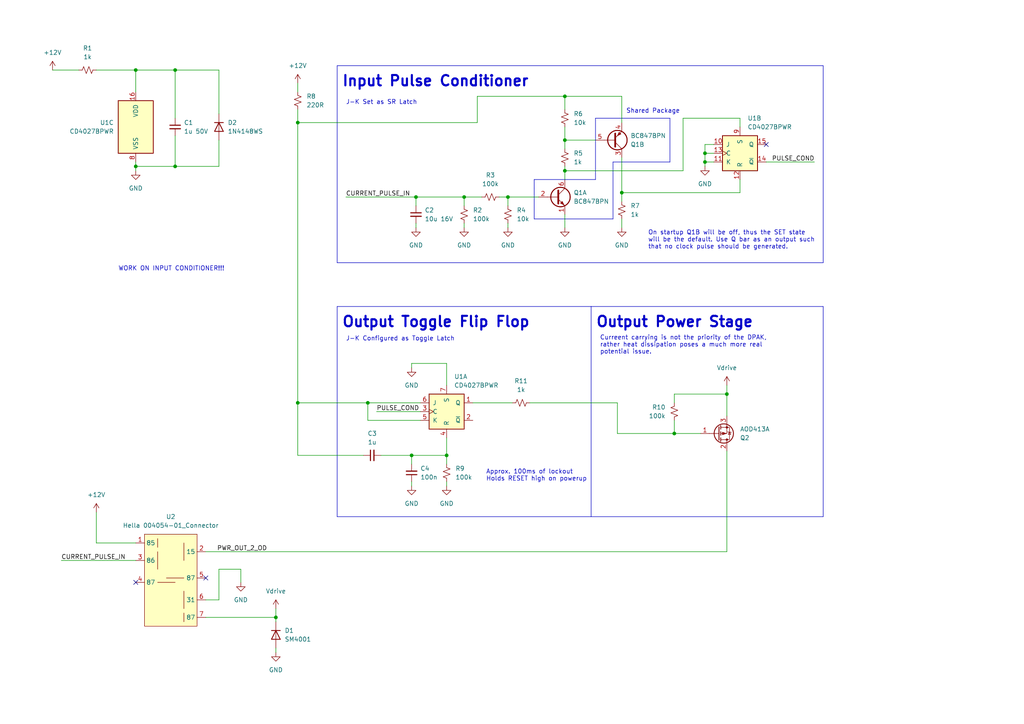
<source format=kicad_sch>
(kicad_sch (version 20230121) (generator eeschema)

  (uuid e0ab78f0-3046-4fc8-bb1e-31c056325b9d)

  (paper "A4")

  (lib_symbols
    (symbol "4xxx:4027" (pin_names (offset 1.016)) (in_bom yes) (on_board yes)
      (property "Reference" "U" (at -7.62 8.89 0)
        (effects (font (size 1.27 1.27)))
      )
      (property "Value" "4027" (at -7.62 -8.89 0)
        (effects (font (size 1.27 1.27)))
      )
      (property "Footprint" "" (at 0 0 0)
        (effects (font (size 1.27 1.27)) hide)
      )
      (property "Datasheet" "http://www.intersil.com/content/dam/Intersil/documents/cd40/cd4027bms.pdf" (at 0 0 0)
        (effects (font (size 1.27 1.27)) hide)
      )
      (property "ki_locked" "" (at 0 0 0)
        (effects (font (size 1.27 1.27)))
      )
      (property "ki_keywords" "CMOS JK JKFF" (at 0 0 0)
        (effects (font (size 1.27 1.27)) hide)
      )
      (property "ki_description" "Dual JK FlipFlop, set & reset" (at 0 0 0)
        (effects (font (size 1.27 1.27)) hide)
      )
      (property "ki_fp_filters" "DIP*W7.62mm* SOIC*3.9x9.9mm*P1.27mm* TSSOP*4.4x5mm*P0.65mm*" (at 0 0 0)
        (effects (font (size 1.27 1.27)) hide)
      )
      (symbol "4027_1_1"
        (rectangle (start -5.08 5.08) (end 5.08 -5.08)
          (stroke (width 0.254) (type default))
          (fill (type background))
        )
        (pin output line (at 7.62 2.54 180) (length 2.54)
          (name "Q" (effects (font (size 1.27 1.27))))
          (number "1" (effects (font (size 1.27 1.27))))
        )
        (pin output line (at 7.62 -2.54 180) (length 2.54)
          (name "~{Q}" (effects (font (size 1.27 1.27))))
          (number "2" (effects (font (size 1.27 1.27))))
        )
        (pin input clock (at -7.62 0 0) (length 2.54)
          (name "C" (effects (font (size 1.27 1.27))))
          (number "3" (effects (font (size 1.27 1.27))))
        )
        (pin input line (at 0 -7.62 90) (length 2.54)
          (name "R" (effects (font (size 1.27 1.27))))
          (number "4" (effects (font (size 1.27 1.27))))
        )
        (pin input line (at -7.62 -2.54 0) (length 2.54)
          (name "K" (effects (font (size 1.27 1.27))))
          (number "5" (effects (font (size 1.27 1.27))))
        )
        (pin input line (at -7.62 2.54 0) (length 2.54)
          (name "J" (effects (font (size 1.27 1.27))))
          (number "6" (effects (font (size 1.27 1.27))))
        )
        (pin input line (at 0 7.62 270) (length 2.54)
          (name "S" (effects (font (size 1.27 1.27))))
          (number "7" (effects (font (size 1.27 1.27))))
        )
      )
      (symbol "4027_2_1"
        (rectangle (start -5.08 5.08) (end 5.08 -5.08)
          (stroke (width 0.254) (type default))
          (fill (type background))
        )
        (pin input line (at -7.62 2.54 0) (length 2.54)
          (name "J" (effects (font (size 1.27 1.27))))
          (number "10" (effects (font (size 1.27 1.27))))
        )
        (pin input line (at -7.62 -2.54 0) (length 2.54)
          (name "K" (effects (font (size 1.27 1.27))))
          (number "11" (effects (font (size 1.27 1.27))))
        )
        (pin input line (at 0 -7.62 90) (length 2.54)
          (name "R" (effects (font (size 1.27 1.27))))
          (number "12" (effects (font (size 1.27 1.27))))
        )
        (pin input clock (at -7.62 0 0) (length 2.54)
          (name "C" (effects (font (size 1.27 1.27))))
          (number "13" (effects (font (size 1.27 1.27))))
        )
        (pin output line (at 7.62 -2.54 180) (length 2.54)
          (name "~{Q}" (effects (font (size 1.27 1.27))))
          (number "14" (effects (font (size 1.27 1.27))))
        )
        (pin output line (at 7.62 2.54 180) (length 2.54)
          (name "Q" (effects (font (size 1.27 1.27))))
          (number "15" (effects (font (size 1.27 1.27))))
        )
        (pin input line (at 0 7.62 270) (length 2.54)
          (name "S" (effects (font (size 1.27 1.27))))
          (number "9" (effects (font (size 1.27 1.27))))
        )
      )
      (symbol "4027_3_0"
        (pin power_in line (at 0 10.16 270) (length 2.54)
          (name "VDD" (effects (font (size 1.27 1.27))))
          (number "16" (effects (font (size 1.27 1.27))))
        )
        (pin power_in line (at 0 -10.16 90) (length 2.54)
          (name "VSS" (effects (font (size 1.27 1.27))))
          (number "8" (effects (font (size 1.27 1.27))))
        )
      )
      (symbol "4027_3_1"
        (rectangle (start -5.08 7.62) (end 5.08 -7.62)
          (stroke (width 0.254) (type default))
          (fill (type background))
        )
      )
    )
    (symbol "Automotive_Electronics_git:Hella_004054-01" (in_bom yes) (on_board yes)
      (property "Reference" "U" (at 0 7.62 0)
        (effects (font (size 1.27 1.27)))
      )
      (property "Value" "Hella 004054-01_Connector" (at 0 5.08 0)
        (effects (font (size 1.27 1.27)))
      )
      (property "Footprint" "" (at 0 0 0)
        (effects (font (size 1.27 1.27)) hide)
      )
      (property "Datasheet" "" (at 0 0 0)
        (effects (font (size 1.27 1.27)) hide)
      )
      (symbol "Hella_004054-01_0_1"
        (polyline
          (pts
            (xy -3.81 -11.43)
            (xy 1.27 -11.43)
          )
          (stroke (width 0) (type default))
          (fill (type none))
        )
        (polyline
          (pts
            (xy -3.81 -7.62)
            (xy -3.81 -2.54)
          )
          (stroke (width 0) (type default))
          (fill (type none))
        )
        (polyline
          (pts
            (xy -3.81 -1.27)
            (xy -3.81 1.27)
          )
          (stroke (width 0) (type default))
          (fill (type none))
        )
        (polyline
          (pts
            (xy 3.81 -22.86)
            (xy 3.81 -20.32)
          )
          (stroke (width 0) (type default))
          (fill (type none))
        )
        (polyline
          (pts
            (xy 3.81 -13.97)
            (xy 3.81 -19.05)
          )
          (stroke (width 0) (type default))
          (fill (type none))
        )
        (polyline
          (pts
            (xy 3.81 -10.16)
            (xy -1.27 -10.16)
          )
          (stroke (width 0) (type default))
          (fill (type none))
        )
        (polyline
          (pts
            (xy 3.81 -5.08)
            (xy 3.81 0)
          )
          (stroke (width 0) (type default))
          (fill (type none))
        )
      )
      (symbol "Hella_004054-01_1_1"
        (rectangle (start -7.62 2.54) (end 7.62 -24.13)
          (stroke (width 0) (type default))
          (fill (type background))
        )
        (pin input line (at -10.16 0 0) (length 2.54)
          (name "85" (effects (font (size 1.27 1.27))))
          (number "1" (effects (font (size 1.27 1.27))))
        )
        (pin input line (at 10.16 -2.54 180) (length 2.54)
          (name "15" (effects (font (size 1.27 1.27))))
          (number "2" (effects (font (size 1.27 1.27))))
        )
        (pin input line (at -10.16 -5.08 0) (length 2.54)
          (name "86" (effects (font (size 1.27 1.27))))
          (number "3" (effects (font (size 1.27 1.27))))
        )
        (pin input line (at -10.16 -11.43 0) (length 2.54)
          (name "87" (effects (font (size 1.27 1.27))))
          (number "4" (effects (font (size 1.27 1.27))))
        )
        (pin input line (at 10.16 -10.16 180) (length 2.54)
          (name "87" (effects (font (size 1.27 1.27))))
          (number "5" (effects (font (size 1.27 1.27))))
        )
        (pin input line (at 10.16 -16.51 180) (length 2.54)
          (name "31" (effects (font (size 1.27 1.27))))
          (number "6" (effects (font (size 1.27 1.27))))
        )
        (pin input line (at 10.16 -21.59 180) (length 2.54)
          (name "87" (effects (font (size 1.27 1.27))))
          (number "7" (effects (font (size 1.27 1.27))))
        )
      )
    )
    (symbol "Device:C_Small" (pin_numbers hide) (pin_names (offset 0.254) hide) (in_bom yes) (on_board yes)
      (property "Reference" "C" (at 0.254 1.778 0)
        (effects (font (size 1.27 1.27)) (justify left))
      )
      (property "Value" "C_Small" (at 0.254 -2.032 0)
        (effects (font (size 1.27 1.27)) (justify left))
      )
      (property "Footprint" "" (at 0 0 0)
        (effects (font (size 1.27 1.27)) hide)
      )
      (property "Datasheet" "~" (at 0 0 0)
        (effects (font (size 1.27 1.27)) hide)
      )
      (property "ki_keywords" "capacitor cap" (at 0 0 0)
        (effects (font (size 1.27 1.27)) hide)
      )
      (property "ki_description" "Unpolarized capacitor, small symbol" (at 0 0 0)
        (effects (font (size 1.27 1.27)) hide)
      )
      (property "ki_fp_filters" "C_*" (at 0 0 0)
        (effects (font (size 1.27 1.27)) hide)
      )
      (symbol "C_Small_0_1"
        (polyline
          (pts
            (xy -1.524 -0.508)
            (xy 1.524 -0.508)
          )
          (stroke (width 0.3302) (type default))
          (fill (type none))
        )
        (polyline
          (pts
            (xy -1.524 0.508)
            (xy 1.524 0.508)
          )
          (stroke (width 0.3048) (type default))
          (fill (type none))
        )
      )
      (symbol "C_Small_1_1"
        (pin passive line (at 0 2.54 270) (length 2.032)
          (name "~" (effects (font (size 1.27 1.27))))
          (number "1" (effects (font (size 1.27 1.27))))
        )
        (pin passive line (at 0 -2.54 90) (length 2.032)
          (name "~" (effects (font (size 1.27 1.27))))
          (number "2" (effects (font (size 1.27 1.27))))
        )
      )
    )
    (symbol "Device:R_Small_US" (pin_numbers hide) (pin_names (offset 0.254) hide) (in_bom yes) (on_board yes)
      (property "Reference" "R" (at 0.762 0.508 0)
        (effects (font (size 1.27 1.27)) (justify left))
      )
      (property "Value" "R_Small_US" (at 0.762 -1.016 0)
        (effects (font (size 1.27 1.27)) (justify left))
      )
      (property "Footprint" "" (at 0 0 0)
        (effects (font (size 1.27 1.27)) hide)
      )
      (property "Datasheet" "~" (at 0 0 0)
        (effects (font (size 1.27 1.27)) hide)
      )
      (property "ki_keywords" "r resistor" (at 0 0 0)
        (effects (font (size 1.27 1.27)) hide)
      )
      (property "ki_description" "Resistor, small US symbol" (at 0 0 0)
        (effects (font (size 1.27 1.27)) hide)
      )
      (property "ki_fp_filters" "R_*" (at 0 0 0)
        (effects (font (size 1.27 1.27)) hide)
      )
      (symbol "R_Small_US_1_1"
        (polyline
          (pts
            (xy 0 0)
            (xy 1.016 -0.381)
            (xy 0 -0.762)
            (xy -1.016 -1.143)
            (xy 0 -1.524)
          )
          (stroke (width 0) (type default))
          (fill (type none))
        )
        (polyline
          (pts
            (xy 0 1.524)
            (xy 1.016 1.143)
            (xy 0 0.762)
            (xy -1.016 0.381)
            (xy 0 0)
          )
          (stroke (width 0) (type default))
          (fill (type none))
        )
        (pin passive line (at 0 2.54 270) (length 1.016)
          (name "~" (effects (font (size 1.27 1.27))))
          (number "1" (effects (font (size 1.27 1.27))))
        )
        (pin passive line (at 0 -2.54 90) (length 1.016)
          (name "~" (effects (font (size 1.27 1.27))))
          (number "2" (effects (font (size 1.27 1.27))))
        )
      )
    )
    (symbol "Diode:1N4148WS" (pin_numbers hide) (pin_names hide) (in_bom yes) (on_board yes)
      (property "Reference" "D" (at 0 2.54 0)
        (effects (font (size 1.27 1.27)))
      )
      (property "Value" "1N4148WS" (at 0 -2.54 0)
        (effects (font (size 1.27 1.27)))
      )
      (property "Footprint" "Diode_SMD:D_SOD-323" (at 0 -4.445 0)
        (effects (font (size 1.27 1.27)) hide)
      )
      (property "Datasheet" "https://www.vishay.com/docs/85751/1n4148ws.pdf" (at 0 0 0)
        (effects (font (size 1.27 1.27)) hide)
      )
      (property "Sim.Device" "D" (at 0 0 0)
        (effects (font (size 1.27 1.27)) hide)
      )
      (property "Sim.Pins" "1=K 2=A" (at 0 0 0)
        (effects (font (size 1.27 1.27)) hide)
      )
      (property "ki_keywords" "diode" (at 0 0 0)
        (effects (font (size 1.27 1.27)) hide)
      )
      (property "ki_description" "75V 0.15A Fast switching Diode, SOD-323" (at 0 0 0)
        (effects (font (size 1.27 1.27)) hide)
      )
      (property "ki_fp_filters" "D*SOD?323*" (at 0 0 0)
        (effects (font (size 1.27 1.27)) hide)
      )
      (symbol "1N4148WS_0_1"
        (polyline
          (pts
            (xy -1.27 1.27)
            (xy -1.27 -1.27)
          )
          (stroke (width 0.254) (type default))
          (fill (type none))
        )
        (polyline
          (pts
            (xy 1.27 0)
            (xy -1.27 0)
          )
          (stroke (width 0) (type default))
          (fill (type none))
        )
        (polyline
          (pts
            (xy 1.27 1.27)
            (xy 1.27 -1.27)
            (xy -1.27 0)
            (xy 1.27 1.27)
          )
          (stroke (width 0.254) (type default))
          (fill (type none))
        )
      )
      (symbol "1N4148WS_1_1"
        (pin passive line (at -3.81 0 0) (length 2.54)
          (name "K" (effects (font (size 1.27 1.27))))
          (number "1" (effects (font (size 1.27 1.27))))
        )
        (pin passive line (at 3.81 0 180) (length 2.54)
          (name "A" (effects (font (size 1.27 1.27))))
          (number "2" (effects (font (size 1.27 1.27))))
        )
      )
    )
    (symbol "Diode:SM4001" (pin_numbers hide) (pin_names hide) (in_bom yes) (on_board yes)
      (property "Reference" "D" (at 0 2.54 0)
        (effects (font (size 1.27 1.27)))
      )
      (property "Value" "SM4001" (at 0 -2.54 0)
        (effects (font (size 1.27 1.27)))
      )
      (property "Footprint" "Diode_SMD:D_MELF" (at 0 -4.445 0)
        (effects (font (size 1.27 1.27)) hide)
      )
      (property "Datasheet" "http://cdn-reichelt.de/documents/datenblatt/A400/SMD1N400%23DIO.pdf" (at 0 0 0)
        (effects (font (size 1.27 1.27)) hide)
      )
      (property "Sim.Device" "D" (at 0 0 0)
        (effects (font (size 1.27 1.27)) hide)
      )
      (property "Sim.Pins" "1=K 2=A" (at 0 0 0)
        (effects (font (size 1.27 1.27)) hide)
      )
      (property "ki_keywords" "diode" (at 0 0 0)
        (effects (font (size 1.27 1.27)) hide)
      )
      (property "ki_description" "50V 1A General Purpose Rectifier Diode, MELF" (at 0 0 0)
        (effects (font (size 1.27 1.27)) hide)
      )
      (property "ki_fp_filters" "D*MELF*" (at 0 0 0)
        (effects (font (size 1.27 1.27)) hide)
      )
      (symbol "SM4001_0_1"
        (polyline
          (pts
            (xy -1.27 1.27)
            (xy -1.27 -1.27)
          )
          (stroke (width 0.254) (type default))
          (fill (type none))
        )
        (polyline
          (pts
            (xy 1.27 0)
            (xy -1.27 0)
          )
          (stroke (width 0) (type default))
          (fill (type none))
        )
        (polyline
          (pts
            (xy 1.27 1.27)
            (xy 1.27 -1.27)
            (xy -1.27 0)
            (xy 1.27 1.27)
          )
          (stroke (width 0.254) (type default))
          (fill (type none))
        )
      )
      (symbol "SM4001_1_1"
        (pin passive line (at -3.81 0 0) (length 2.54)
          (name "K" (effects (font (size 1.27 1.27))))
          (number "1" (effects (font (size 1.27 1.27))))
        )
        (pin passive line (at 3.81 0 180) (length 2.54)
          (name "A" (effects (font (size 1.27 1.27))))
          (number "2" (effects (font (size 1.27 1.27))))
        )
      )
    )
    (symbol "Transistor_BJT:BC847BPN" (pin_names (offset 0) hide) (in_bom yes) (on_board yes)
      (property "Reference" "Q" (at 5.08 1.27 0)
        (effects (font (size 1.27 1.27)) (justify left))
      )
      (property "Value" "BC847BPN" (at 5.08 -1.27 0)
        (effects (font (size 1.27 1.27)) (justify left))
      )
      (property "Footprint" "Package_TO_SOT_SMD:SOT-363_SC-70-6" (at 5.08 2.54 0)
        (effects (font (size 1.27 1.27)) hide)
      )
      (property "Datasheet" "https://assets.nexperia.com/documents/data-sheet/BC847BPN.pdf" (at 0 0 0)
        (effects (font (size 1.27 1.27)) hide)
      )
      (property "ki_locked" "" (at 0 0 0)
        (effects (font (size 1.27 1.27)))
      )
      (property "ki_keywords" "NPN/PNP Transistor" (at 0 0 0)
        (effects (font (size 1.27 1.27)) hide)
      )
      (property "ki_description" "100mA IC, 45V Vce, Dual NPN/PNP Transistors, SOT-363" (at 0 0 0)
        (effects (font (size 1.27 1.27)) hide)
      )
      (property "ki_fp_filters" "SOT?363*" (at 0 0 0)
        (effects (font (size 1.27 1.27)) hide)
      )
      (symbol "BC847BPN_0_1"
        (polyline
          (pts
            (xy 0.635 0)
            (xy -2.54 0)
          )
          (stroke (width 0) (type default))
          (fill (type none))
        )
        (circle (center 1.27 0) (radius 2.8194)
          (stroke (width 0.254) (type default))
          (fill (type none))
        )
        (circle (center 1.27 0) (radius 2.8194)
          (stroke (width 0.254) (type default))
          (fill (type none))
        )
      )
      (symbol "BC847BPN_1_1"
        (polyline
          (pts
            (xy 0.635 0.635)
            (xy 2.54 2.54)
          )
          (stroke (width 0) (type default))
          (fill (type none))
        )
        (polyline
          (pts
            (xy 0.635 -0.635)
            (xy 2.54 -2.54)
            (xy 2.54 -2.54)
          )
          (stroke (width 0) (type default))
          (fill (type none))
        )
        (polyline
          (pts
            (xy 0.635 1.905)
            (xy 0.635 -1.905)
            (xy 0.635 -1.905)
          )
          (stroke (width 0.508) (type default))
          (fill (type none))
        )
        (polyline
          (pts
            (xy 1.27 -1.778)
            (xy 1.778 -1.27)
            (xy 2.286 -2.286)
            (xy 1.27 -1.778)
            (xy 1.27 -1.778)
          )
          (stroke (width 0) (type default))
          (fill (type outline))
        )
        (pin passive line (at 2.54 -5.08 90) (length 2.54)
          (name "E1" (effects (font (size 1.27 1.27))))
          (number "1" (effects (font (size 1.27 1.27))))
        )
        (pin input line (at -5.08 0 0) (length 2.54)
          (name "B1" (effects (font (size 1.27 1.27))))
          (number "2" (effects (font (size 1.27 1.27))))
        )
        (pin passive line (at 2.54 5.08 270) (length 2.54)
          (name "C1" (effects (font (size 1.27 1.27))))
          (number "6" (effects (font (size 1.27 1.27))))
        )
      )
      (symbol "BC847BPN_2_1"
        (polyline
          (pts
            (xy 0.635 0.635)
            (xy 2.54 2.54)
          )
          (stroke (width 0) (type default))
          (fill (type none))
        )
        (polyline
          (pts
            (xy 0.635 -0.635)
            (xy 2.54 -2.54)
            (xy 2.54 -2.54)
          )
          (stroke (width 0) (type default))
          (fill (type none))
        )
        (polyline
          (pts
            (xy 0.635 1.905)
            (xy 0.635 -1.905)
            (xy 0.635 -1.905)
          )
          (stroke (width 0.508) (type default))
          (fill (type none))
        )
        (polyline
          (pts
            (xy 2.286 -1.778)
            (xy 1.778 -2.286)
            (xy 1.27 -1.27)
            (xy 2.286 -1.778)
            (xy 2.286 -1.778)
          )
          (stroke (width 0) (type default))
          (fill (type outline))
        )
        (pin passive line (at 2.54 5.08 270) (length 2.54)
          (name "C2" (effects (font (size 1.27 1.27))))
          (number "3" (effects (font (size 1.27 1.27))))
        )
        (pin passive line (at 2.54 -5.08 90) (length 2.54)
          (name "E2" (effects (font (size 1.27 1.27))))
          (number "4" (effects (font (size 1.27 1.27))))
        )
        (pin input line (at -5.08 0 0) (length 2.54)
          (name "B2" (effects (font (size 1.27 1.27))))
          (number "5" (effects (font (size 1.27 1.27))))
        )
      )
    )
    (symbol "Transistor_FET:QM6015D" (pin_names hide) (in_bom yes) (on_board yes)
      (property "Reference" "Q" (at 5.08 1.905 0)
        (effects (font (size 1.27 1.27)) (justify left))
      )
      (property "Value" "QM6015D" (at 5.08 0 0)
        (effects (font (size 1.27 1.27)) (justify left))
      )
      (property "Footprint" "Package_TO_SOT_SMD:TO-252-2" (at 5.08 -1.905 0)
        (effects (font (size 1.27 1.27) italic) (justify left) hide)
      )
      (property "Datasheet" "http://www.jaolen.com/images/pdf/QM6015D.pdf" (at 0 0 90)
        (effects (font (size 1.27 1.27)) (justify left) hide)
      )
      (property "ki_keywords" "P-Channel MOSFET" (at 0 0 0)
        (effects (font (size 1.27 1.27)) hide)
      )
      (property "ki_description" "-35A Id, -60V Vds, P-Channel Power MOSFET, 25mOhm Ron, 25.0nC Qg (typ), TO252" (at 0 0 0)
        (effects (font (size 1.27 1.27)) hide)
      )
      (property "ki_fp_filters" "TO?252*" (at 0 0 0)
        (effects (font (size 1.27 1.27)) hide)
      )
      (symbol "QM6015D_0_1"
        (polyline
          (pts
            (xy 0.254 0)
            (xy -2.54 0)
          )
          (stroke (width 0) (type default))
          (fill (type none))
        )
        (polyline
          (pts
            (xy 0.254 1.905)
            (xy 0.254 -1.905)
          )
          (stroke (width 0.254) (type default))
          (fill (type none))
        )
        (polyline
          (pts
            (xy 0.762 -1.27)
            (xy 0.762 -2.286)
          )
          (stroke (width 0.254) (type default))
          (fill (type none))
        )
        (polyline
          (pts
            (xy 0.762 0.508)
            (xy 0.762 -0.508)
          )
          (stroke (width 0.254) (type default))
          (fill (type none))
        )
        (polyline
          (pts
            (xy 0.762 2.286)
            (xy 0.762 1.27)
          )
          (stroke (width 0.254) (type default))
          (fill (type none))
        )
        (polyline
          (pts
            (xy 2.54 2.54)
            (xy 2.54 1.778)
          )
          (stroke (width 0) (type default))
          (fill (type none))
        )
        (polyline
          (pts
            (xy 2.54 -2.54)
            (xy 2.54 0)
            (xy 0.762 0)
          )
          (stroke (width 0) (type default))
          (fill (type none))
        )
        (polyline
          (pts
            (xy 0.762 1.778)
            (xy 3.302 1.778)
            (xy 3.302 -1.778)
            (xy 0.762 -1.778)
          )
          (stroke (width 0) (type default))
          (fill (type none))
        )
        (polyline
          (pts
            (xy 2.286 0)
            (xy 1.27 0.381)
            (xy 1.27 -0.381)
            (xy 2.286 0)
          )
          (stroke (width 0) (type default))
          (fill (type outline))
        )
        (polyline
          (pts
            (xy 2.794 -0.508)
            (xy 2.921 -0.381)
            (xy 3.683 -0.381)
            (xy 3.81 -0.254)
          )
          (stroke (width 0) (type default))
          (fill (type none))
        )
        (polyline
          (pts
            (xy 3.302 -0.381)
            (xy 2.921 0.254)
            (xy 3.683 0.254)
            (xy 3.302 -0.381)
          )
          (stroke (width 0) (type default))
          (fill (type none))
        )
        (circle (center 1.651 0) (radius 2.794)
          (stroke (width 0.254) (type default))
          (fill (type none))
        )
        (circle (center 2.54 -1.778) (radius 0.254)
          (stroke (width 0) (type default))
          (fill (type outline))
        )
        (circle (center 2.54 1.778) (radius 0.254)
          (stroke (width 0) (type default))
          (fill (type outline))
        )
      )
      (symbol "QM6015D_1_1"
        (pin passive line (at -5.08 0 0) (length 2.54)
          (name "G" (effects (font (size 1.27 1.27))))
          (number "1" (effects (font (size 1.27 1.27))))
        )
        (pin passive line (at 2.54 5.08 270) (length 2.54)
          (name "D" (effects (font (size 1.27 1.27))))
          (number "2" (effects (font (size 1.27 1.27))))
        )
        (pin passive line (at 2.54 -5.08 90) (length 2.54)
          (name "S" (effects (font (size 1.27 1.27))))
          (number "3" (effects (font (size 1.27 1.27))))
        )
      )
    )
    (symbol "power:+12V" (power) (pin_names (offset 0)) (in_bom yes) (on_board yes)
      (property "Reference" "#PWR" (at 0 -3.81 0)
        (effects (font (size 1.27 1.27)) hide)
      )
      (property "Value" "+12V" (at 0 3.556 0)
        (effects (font (size 1.27 1.27)))
      )
      (property "Footprint" "" (at 0 0 0)
        (effects (font (size 1.27 1.27)) hide)
      )
      (property "Datasheet" "" (at 0 0 0)
        (effects (font (size 1.27 1.27)) hide)
      )
      (property "ki_keywords" "global power" (at 0 0 0)
        (effects (font (size 1.27 1.27)) hide)
      )
      (property "ki_description" "Power symbol creates a global label with name \"+12V\"" (at 0 0 0)
        (effects (font (size 1.27 1.27)) hide)
      )
      (symbol "+12V_0_1"
        (polyline
          (pts
            (xy -0.762 1.27)
            (xy 0 2.54)
          )
          (stroke (width 0) (type default))
          (fill (type none))
        )
        (polyline
          (pts
            (xy 0 0)
            (xy 0 2.54)
          )
          (stroke (width 0) (type default))
          (fill (type none))
        )
        (polyline
          (pts
            (xy 0 2.54)
            (xy 0.762 1.27)
          )
          (stroke (width 0) (type default))
          (fill (type none))
        )
      )
      (symbol "+12V_1_1"
        (pin power_in line (at 0 0 90) (length 0) hide
          (name "+12V" (effects (font (size 1.27 1.27))))
          (number "1" (effects (font (size 1.27 1.27))))
        )
      )
    )
    (symbol "power:GND" (power) (pin_names (offset 0)) (in_bom yes) (on_board yes)
      (property "Reference" "#PWR" (at 0 -6.35 0)
        (effects (font (size 1.27 1.27)) hide)
      )
      (property "Value" "GND" (at 0 -3.81 0)
        (effects (font (size 1.27 1.27)))
      )
      (property "Footprint" "" (at 0 0 0)
        (effects (font (size 1.27 1.27)) hide)
      )
      (property "Datasheet" "" (at 0 0 0)
        (effects (font (size 1.27 1.27)) hide)
      )
      (property "ki_keywords" "global power" (at 0 0 0)
        (effects (font (size 1.27 1.27)) hide)
      )
      (property "ki_description" "Power symbol creates a global label with name \"GND\" , ground" (at 0 0 0)
        (effects (font (size 1.27 1.27)) hide)
      )
      (symbol "GND_0_1"
        (polyline
          (pts
            (xy 0 0)
            (xy 0 -1.27)
            (xy 1.27 -1.27)
            (xy 0 -2.54)
            (xy -1.27 -1.27)
            (xy 0 -1.27)
          )
          (stroke (width 0) (type default))
          (fill (type none))
        )
      )
      (symbol "GND_1_1"
        (pin power_in line (at 0 0 270) (length 0) hide
          (name "GND" (effects (font (size 1.27 1.27))))
          (number "1" (effects (font (size 1.27 1.27))))
        )
      )
    )
    (symbol "power:Vdrive" (power) (pin_names (offset 0)) (in_bom yes) (on_board yes)
      (property "Reference" "#PWR" (at -5.08 -3.81 0)
        (effects (font (size 1.27 1.27)) hide)
      )
      (property "Value" "Vdrive" (at 0 3.81 0)
        (effects (font (size 1.27 1.27)))
      )
      (property "Footprint" "" (at 0 0 0)
        (effects (font (size 1.27 1.27)) hide)
      )
      (property "Datasheet" "" (at 0 0 0)
        (effects (font (size 1.27 1.27)) hide)
      )
      (property "ki_keywords" "global power" (at 0 0 0)
        (effects (font (size 1.27 1.27)) hide)
      )
      (property "ki_description" "Power symbol creates a global label with name \"Vdrive\"" (at 0 0 0)
        (effects (font (size 1.27 1.27)) hide)
      )
      (symbol "Vdrive_0_1"
        (polyline
          (pts
            (xy -0.762 1.27)
            (xy 0 2.54)
          )
          (stroke (width 0) (type default))
          (fill (type none))
        )
        (polyline
          (pts
            (xy 0 0)
            (xy 0 2.54)
          )
          (stroke (width 0) (type default))
          (fill (type none))
        )
        (polyline
          (pts
            (xy 0 2.54)
            (xy 0.762 1.27)
          )
          (stroke (width 0) (type default))
          (fill (type none))
        )
      )
      (symbol "Vdrive_1_1"
        (pin power_in line (at 0 0 90) (length 0) hide
          (name "Vdrive" (effects (font (size 1.27 1.27))))
          (number "1" (effects (font (size 1.27 1.27))))
        )
      )
    )
  )

  (junction (at 163.83 49.53) (diameter 0) (color 0 0 0 0)
    (uuid 027e7fa4-b95a-4bd6-9477-831acd4389e9)
  )
  (junction (at 86.36 116.84) (diameter 0) (color 0 0 0 0)
    (uuid 0a715c15-be08-4bb8-8581-300428a3b24f)
  )
  (junction (at 120.65 57.15) (diameter 0) (color 0 0 0 0)
    (uuid 288c9ba8-3ce4-4048-b28f-6b7626d7b0ed)
  )
  (junction (at 50.8 48.26) (diameter 0) (color 0 0 0 0)
    (uuid 2c00d5a7-b1cf-4f70-84a1-3afd88f64294)
  )
  (junction (at 50.8 20.32) (diameter 0) (color 0 0 0 0)
    (uuid 32820fae-a606-480d-9f57-99685740ab08)
  )
  (junction (at 119.38 132.08) (diameter 0) (color 0 0 0 0)
    (uuid 3b2047eb-1acb-4e46-8b22-edf1efd81e3a)
  )
  (junction (at 163.83 40.64) (diameter 0) (color 0 0 0 0)
    (uuid 40c43397-6d81-401f-8827-d4aca2d0b0b5)
  )
  (junction (at 163.83 27.94) (diameter 0) (color 0 0 0 0)
    (uuid 4ddac867-c912-40b6-bff6-d931e882a481)
  )
  (junction (at 129.54 132.08) (diameter 0) (color 0 0 0 0)
    (uuid 5938f55f-eb75-4099-8995-3d6bde2ca796)
  )
  (junction (at 147.32 57.15) (diameter 0) (color 0 0 0 0)
    (uuid 60769ee1-09b4-4d6d-8457-4d5727e5fbc5)
  )
  (junction (at 39.37 48.26) (diameter 0) (color 0 0 0 0)
    (uuid 7b2d51cc-2909-4f44-a4f4-92ba57567845)
  )
  (junction (at 204.47 44.45) (diameter 0) (color 0 0 0 0)
    (uuid 7df7e804-06ff-4e42-9d47-642120f54057)
  )
  (junction (at 195.58 125.73) (diameter 0) (color 0 0 0 0)
    (uuid 804f87dc-9010-41ec-a096-a83701809710)
  )
  (junction (at 106.68 116.84) (diameter 0) (color 0 0 0 0)
    (uuid 83a1391f-1cfe-4f3c-8605-e700e2d34973)
  )
  (junction (at 204.47 46.99) (diameter 0) (color 0 0 0 0)
    (uuid 89f92b7d-7b71-4e62-a334-435fe4293a42)
  )
  (junction (at 210.82 114.3) (diameter 0) (color 0 0 0 0)
    (uuid 8bd8da0b-ba87-4c4c-8394-16bfbfe7a1c4)
  )
  (junction (at 86.36 35.56) (diameter 0) (color 0 0 0 0)
    (uuid 9a47387e-80b2-4869-ae9b-7c9dd0fc4a69)
  )
  (junction (at 134.62 57.15) (diameter 0) (color 0 0 0 0)
    (uuid 9e7089cb-b058-4b8b-959d-7b803e0170b3)
  )
  (junction (at 39.37 20.32) (diameter 0) (color 0 0 0 0)
    (uuid d8729f2c-656c-4d7d-ac65-01b38bd2ad02)
  )
  (junction (at 180.34 55.88) (diameter 0) (color 0 0 0 0)
    (uuid dbc900dc-e89c-47ff-8305-1e3cb47da4a9)
  )
  (junction (at 80.01 179.07) (diameter 0) (color 0 0 0 0)
    (uuid f2134b13-0a26-47a5-a68f-9037de631f39)
  )

  (no_connect (at 222.25 41.91) (uuid 62f7fe2c-1244-49ef-b5d0-bab32e20681f))
  (no_connect (at 39.37 168.91) (uuid b7ffd271-d5d9-4c9d-92c5-4b2b575d297a))
  (no_connect (at 59.69 167.64) (uuid c16808d5-8c16-4f88-8e7d-bd3ec404689c))

  (wire (pts (xy 106.68 116.84) (xy 106.68 121.92))
    (stroke (width 0) (type default))
    (uuid 02fe7789-6b8e-4b73-90d2-9334ff89e0d9)
  )
  (wire (pts (xy 63.5 40.64) (xy 63.5 48.26))
    (stroke (width 0) (type default))
    (uuid 03797f89-bad5-4a8f-a2f1-34e10d694bf5)
  )
  (polyline (pts (xy 171.45 149.86) (xy 238.76 149.86))
    (stroke (width 0) (type default))
    (uuid 060dc5e6-a001-4368-8d07-8eceb76cbdfb)
  )

  (wire (pts (xy 86.36 35.56) (xy 138.43 35.56))
    (stroke (width 0) (type default))
    (uuid 066700b7-3ac4-44d0-81d4-22d521f4def8)
  )
  (wire (pts (xy 106.68 116.84) (xy 121.92 116.84))
    (stroke (width 0) (type default))
    (uuid 082244cd-22b5-4267-b519-47a46633c2d0)
  )
  (wire (pts (xy 15.24 20.32) (xy 22.86 20.32))
    (stroke (width 0) (type default))
    (uuid 083055de-6459-4654-8f16-38602f1ce30d)
  )
  (wire (pts (xy 179.07 116.84) (xy 179.07 125.73))
    (stroke (width 0) (type default))
    (uuid 0aec3a8c-ccec-489c-b8d0-fc3410382d5b)
  )
  (polyline (pts (xy 238.76 88.9) (xy 171.45 88.9))
    (stroke (width 0) (type default))
    (uuid 0b131304-879c-4f80-943e-bbd1e62e759d)
  )

  (wire (pts (xy 63.5 33.02) (xy 63.5 20.32))
    (stroke (width 0) (type default))
    (uuid 11e6828c-fdf0-4a17-8a7b-ec09ef53482c)
  )
  (wire (pts (xy 86.36 116.84) (xy 86.36 132.08))
    (stroke (width 0) (type default))
    (uuid 128297b8-b016-4fd0-92ed-88746f19c10c)
  )
  (polyline (pts (xy 177.8 46.99) (xy 194.31 46.99))
    (stroke (width 0) (type default))
    (uuid 17f69f58-2ad3-4c21-8103-905bc9855e69)
  )

  (wire (pts (xy 80.01 189.23) (xy 80.01 187.96))
    (stroke (width 0) (type default))
    (uuid 1860a039-bb02-4a72-a5cd-9554448da6ce)
  )
  (polyline (pts (xy 154.94 52.07) (xy 154.94 54.61))
    (stroke (width 0) (type default))
    (uuid 1a86bbf4-b1fb-46a1-acdf-ab992bc865a0)
  )

  (wire (pts (xy 210.82 160.02) (xy 210.82 130.81))
    (stroke (width 0) (type default))
    (uuid 1d0e92d7-2090-4975-8874-17dfb108b1c0)
  )
  (wire (pts (xy 86.36 31.75) (xy 86.36 35.56))
    (stroke (width 0) (type default))
    (uuid 1e4e65a3-4dae-4a0b-ba67-c295a70b7046)
  )
  (wire (pts (xy 50.8 39.37) (xy 50.8 48.26))
    (stroke (width 0) (type default))
    (uuid 20052fb9-37e9-43e6-9040-1c6a74b1b64e)
  )
  (polyline (pts (xy 171.45 149.86) (xy 171.45 88.9))
    (stroke (width 0) (type default))
    (uuid 2322f176-ca4c-4a17-b740-f9fcd147983b)
  )

  (wire (pts (xy 119.38 139.7) (xy 119.38 140.97))
    (stroke (width 0) (type default))
    (uuid 233e961f-07e3-4a21-b289-49c6117d04e9)
  )
  (wire (pts (xy 163.83 27.94) (xy 180.34 27.94))
    (stroke (width 0) (type default))
    (uuid 25b35a9b-3d8c-4605-bef5-a159d15d71da)
  )
  (wire (pts (xy 204.47 44.45) (xy 207.01 44.45))
    (stroke (width 0) (type default))
    (uuid 25e43dbe-3270-4c93-b532-347f56635acf)
  )
  (wire (pts (xy 147.32 57.15) (xy 156.21 57.15))
    (stroke (width 0) (type default))
    (uuid 2c9a3f23-485d-4535-ac57-1b25a1641c9f)
  )
  (wire (pts (xy 63.5 165.1) (xy 69.85 165.1))
    (stroke (width 0) (type default))
    (uuid 2d9a5dbb-d33b-4d93-b9c3-881248b12fc5)
  )
  (wire (pts (xy 59.69 160.02) (xy 210.82 160.02))
    (stroke (width 0) (type default))
    (uuid 2dba4ea9-2b9b-4964-adcc-c743d01287f2)
  )
  (wire (pts (xy 163.83 49.53) (xy 198.12 49.53))
    (stroke (width 0) (type default))
    (uuid 2dc8c3dc-eb3a-45f8-a84a-37f694546455)
  )
  (wire (pts (xy 86.36 116.84) (xy 106.68 116.84))
    (stroke (width 0) (type default))
    (uuid 30ca3d6e-5cbf-46b9-8b4b-7ab2fa20e981)
  )
  (polyline (pts (xy 97.79 19.05) (xy 97.79 35.56))
    (stroke (width 0) (type default))
    (uuid 311249c4-1608-4f59-8e46-ae90b4aafd74)
  )

  (wire (pts (xy 195.58 125.73) (xy 203.2 125.73))
    (stroke (width 0) (type default))
    (uuid 34793f6a-b5cd-4d0b-bfe2-60d0a18c8652)
  )
  (wire (pts (xy 163.83 36.83) (xy 163.83 40.64))
    (stroke (width 0) (type default))
    (uuid 35f3443b-b117-4f13-b737-97d4dd75ca71)
  )
  (wire (pts (xy 163.83 40.64) (xy 163.83 43.18))
    (stroke (width 0) (type default))
    (uuid 36eed1e7-6731-4b4e-bb37-495c4c5b8f6a)
  )
  (polyline (pts (xy 97.79 35.56) (xy 97.79 76.2))
    (stroke (width 0) (type default))
    (uuid 3961bd11-778f-4654-a89e-991dd3ce4d1d)
  )

  (wire (pts (xy 147.32 64.77) (xy 147.32 66.04))
    (stroke (width 0) (type default))
    (uuid 3f62c558-c8fa-4a56-aca5-80aa9da851f2)
  )
  (polyline (pts (xy 194.31 34.29) (xy 172.72 34.29))
    (stroke (width 0) (type default))
    (uuid 40a63f02-af76-4c61-adc9-728912f2a7e5)
  )
  (polyline (pts (xy 172.72 52.07) (xy 154.94 52.07))
    (stroke (width 0) (type default))
    (uuid 4110c042-81ed-4f41-9bd5-e1b9cd53b072)
  )

  (wire (pts (xy 119.38 132.08) (xy 129.54 132.08))
    (stroke (width 0) (type default))
    (uuid 41471d60-3f19-447a-b579-1f778edfc124)
  )
  (wire (pts (xy 204.47 48.26) (xy 204.47 46.99))
    (stroke (width 0) (type default))
    (uuid 48123e44-9c09-4eed-bd7d-1e51bb5b1734)
  )
  (wire (pts (xy 138.43 27.94) (xy 163.83 27.94))
    (stroke (width 0) (type default))
    (uuid 4bd4d6bf-038c-4aa7-a0a1-776e4babeca7)
  )
  (wire (pts (xy 134.62 59.69) (xy 134.62 57.15))
    (stroke (width 0) (type default))
    (uuid 4c96cfd5-0295-43b7-a15f-95cc7d0ddf7d)
  )
  (wire (pts (xy 214.63 34.29) (xy 214.63 36.83))
    (stroke (width 0) (type default))
    (uuid 5267642f-f3cb-4f84-a004-be803c10d30f)
  )
  (polyline (pts (xy 154.94 54.61) (xy 154.94 63.5))
    (stroke (width 0) (type default))
    (uuid 565fc4f1-2567-4e1a-8626-864ef4cfe39a)
  )

  (wire (pts (xy 163.83 40.64) (xy 172.72 40.64))
    (stroke (width 0) (type default))
    (uuid 57ae9405-ffd5-4a5c-a62d-faba3eefda45)
  )
  (wire (pts (xy 210.82 114.3) (xy 210.82 120.65))
    (stroke (width 0) (type default))
    (uuid 58399757-38a1-476d-a2c9-183cccce4bdd)
  )
  (wire (pts (xy 129.54 132.08) (xy 129.54 127))
    (stroke (width 0) (type default))
    (uuid 5b31137b-b93b-4632-9a3e-3d0a85875b0d)
  )
  (wire (pts (xy 120.65 57.15) (xy 100.33 57.15))
    (stroke (width 0) (type default))
    (uuid 5b8fa8f5-666a-442d-9114-a0febe1deaef)
  )
  (wire (pts (xy 27.94 148.59) (xy 27.94 157.48))
    (stroke (width 0) (type default))
    (uuid 5dad8b92-044f-494e-85f5-2e6aa9980d4b)
  )
  (wire (pts (xy 39.37 46.99) (xy 39.37 48.26))
    (stroke (width 0) (type default))
    (uuid 5f6e52e5-d6cf-47d5-ba48-f19ae1d69b51)
  )
  (polyline (pts (xy 177.8 63.5) (xy 177.8 46.99))
    (stroke (width 0) (type default))
    (uuid 607d914e-b845-4112-bbe6-44bf90915772)
  )
  (polyline (pts (xy 154.94 63.5) (xy 177.8 63.5))
    (stroke (width 0) (type default))
    (uuid 61f0630f-1d60-4821-a47a-3e26dc49e970)
  )

  (wire (pts (xy 134.62 64.77) (xy 134.62 66.04))
    (stroke (width 0) (type default))
    (uuid 65bb6bf3-6cb6-4609-a5f1-2d930e419fae)
  )
  (polyline (pts (xy 238.76 19.05) (xy 97.79 19.05))
    (stroke (width 0) (type default))
    (uuid 67a72daa-8f8f-450d-84e7-6d87de92f5a8)
  )

  (wire (pts (xy 147.32 57.15) (xy 144.78 57.15))
    (stroke (width 0) (type default))
    (uuid 6c1e4343-b625-4ba4-a887-76bd1caab340)
  )
  (wire (pts (xy 180.34 63.5) (xy 180.34 66.04))
    (stroke (width 0) (type default))
    (uuid 6cc0e9ba-c6ac-4e64-a960-097971dfaae3)
  )
  (wire (pts (xy 180.34 55.88) (xy 214.63 55.88))
    (stroke (width 0) (type default))
    (uuid 6da3b92f-507b-4e6f-a188-fa205e7d242b)
  )
  (wire (pts (xy 17.78 162.56) (xy 39.37 162.56))
    (stroke (width 0) (type default))
    (uuid 7006b704-eaab-4ead-9839-4750b0495978)
  )
  (wire (pts (xy 163.83 62.23) (xy 163.83 66.04))
    (stroke (width 0) (type default))
    (uuid 703d8b9f-e04e-4c65-b014-51377e3e1718)
  )
  (polyline (pts (xy 172.72 34.29) (xy 172.72 52.07))
    (stroke (width 0) (type default))
    (uuid 71e337bc-f315-4f6b-a8a0-3739260da55f)
  )
  (polyline (pts (xy 97.79 76.2) (xy 238.76 76.2))
    (stroke (width 0) (type default))
    (uuid 73d8633e-9838-4f90-8875-a1bf58c4e0de)
  )

  (wire (pts (xy 134.62 57.15) (xy 139.7 57.15))
    (stroke (width 0) (type default))
    (uuid 74648898-a6d3-408e-ba63-502029e93bd9)
  )
  (wire (pts (xy 50.8 34.29) (xy 50.8 20.32))
    (stroke (width 0) (type default))
    (uuid 7538ee00-f488-4b71-8446-0a7c65258b4d)
  )
  (polyline (pts (xy 238.76 76.2) (xy 238.76 19.05))
    (stroke (width 0) (type default))
    (uuid 7597f32e-8528-433f-bb1e-86ee86b1c3f3)
  )
  (polyline (pts (xy 97.79 149.86) (xy 171.45 149.86))
    (stroke (width 0) (type default))
    (uuid 7743d5d8-72c1-406e-bbc2-daade47e5a62)
  )

  (wire (pts (xy 204.47 44.45) (xy 204.47 41.91))
    (stroke (width 0) (type default))
    (uuid 79826597-cb6c-4a31-89b0-701c5540b6b7)
  )
  (wire (pts (xy 210.82 111.76) (xy 210.82 114.3))
    (stroke (width 0) (type default))
    (uuid 7c0456ee-68b1-4183-b996-7428ba053cb1)
  )
  (wire (pts (xy 39.37 49.53) (xy 39.37 48.26))
    (stroke (width 0) (type default))
    (uuid 7fb65258-2177-4806-a523-fb7be3866a99)
  )
  (wire (pts (xy 222.25 46.99) (xy 236.22 46.99))
    (stroke (width 0) (type default))
    (uuid 83be18a5-65ab-45e3-9e19-0075abd16933)
  )
  (wire (pts (xy 86.36 132.08) (xy 105.41 132.08))
    (stroke (width 0) (type default))
    (uuid 856b9cce-1457-4150-8f62-83dc60e3fe9a)
  )
  (wire (pts (xy 163.83 48.26) (xy 163.83 49.53))
    (stroke (width 0) (type default))
    (uuid 863d0e17-527c-4d53-b6ed-91f9d4e3a8d0)
  )
  (polyline (pts (xy 97.79 88.9) (xy 171.45 88.9))
    (stroke (width 0) (type default))
    (uuid 86d54bd8-ffda-4a66-971f-8ceafda69ebe)
  )

  (wire (pts (xy 50.8 20.32) (xy 39.37 20.32))
    (stroke (width 0) (type default))
    (uuid 880b0770-2f9e-4044-ad66-33ff2c671873)
  )
  (wire (pts (xy 198.12 49.53) (xy 198.12 34.29))
    (stroke (width 0) (type default))
    (uuid 8b89f9fc-08fe-47f1-8200-a5a68f284b0c)
  )
  (wire (pts (xy 138.43 35.56) (xy 138.43 27.94))
    (stroke (width 0) (type default))
    (uuid 8ba37ec6-cb15-46b7-8b2f-8c4d54c8858b)
  )
  (wire (pts (xy 106.68 121.92) (xy 121.92 121.92))
    (stroke (width 0) (type default))
    (uuid 8bb8dbd5-0f24-4eeb-9dbb-8bb322946fbe)
  )
  (wire (pts (xy 109.22 119.38) (xy 121.92 119.38))
    (stroke (width 0) (type default))
    (uuid 8e7f8c7d-cc4f-440f-aac2-2d96ef21767c)
  )
  (wire (pts (xy 163.83 31.75) (xy 163.83 27.94))
    (stroke (width 0) (type default))
    (uuid 92c47c69-a924-4804-af18-032fcc7711c6)
  )
  (wire (pts (xy 180.34 45.72) (xy 180.34 55.88))
    (stroke (width 0) (type default))
    (uuid 9443d78a-b265-480c-84eb-0c373590971d)
  )
  (wire (pts (xy 119.38 106.68) (xy 119.38 105.41))
    (stroke (width 0) (type default))
    (uuid 94d28d74-7572-42a2-b67d-a639dce42d0e)
  )
  (wire (pts (xy 204.47 46.99) (xy 204.47 44.45))
    (stroke (width 0) (type default))
    (uuid 9850453a-fc91-4aa7-a7b9-0cb9459456f4)
  )
  (wire (pts (xy 39.37 20.32) (xy 39.37 26.67))
    (stroke (width 0) (type default))
    (uuid 98ecabf4-1e6d-4322-994c-e433065553c6)
  )
  (wire (pts (xy 129.54 132.08) (xy 129.54 134.62))
    (stroke (width 0) (type default))
    (uuid 9b513d84-929f-4416-9334-5804f0c22c78)
  )
  (wire (pts (xy 195.58 114.3) (xy 210.82 114.3))
    (stroke (width 0) (type default))
    (uuid 9ff8b93f-8d4f-482c-9d8c-d3173a4193fc)
  )
  (wire (pts (xy 63.5 173.99) (xy 63.5 165.1))
    (stroke (width 0) (type default))
    (uuid a3073160-d6a4-4f1e-9b55-261705aeb72f)
  )
  (wire (pts (xy 120.65 64.77) (xy 120.65 66.04))
    (stroke (width 0) (type default))
    (uuid a5b0b2e4-73c4-4461-a22b-444a240b1a15)
  )
  (wire (pts (xy 50.8 48.26) (xy 39.37 48.26))
    (stroke (width 0) (type default))
    (uuid a5bda1b6-763a-4aed-84e8-99f95ffd0b64)
  )
  (wire (pts (xy 80.01 176.53) (xy 80.01 179.07))
    (stroke (width 0) (type default))
    (uuid a7ce4256-1512-4d9e-a414-08244019d983)
  )
  (wire (pts (xy 179.07 125.73) (xy 195.58 125.73))
    (stroke (width 0) (type default))
    (uuid a89ccf06-8f76-418d-9fc8-318c4e15f60a)
  )
  (wire (pts (xy 195.58 116.84) (xy 195.58 114.3))
    (stroke (width 0) (type default))
    (uuid a9fa201d-17d9-4c03-be84-d20a5171a08e)
  )
  (wire (pts (xy 59.69 179.07) (xy 80.01 179.07))
    (stroke (width 0) (type default))
    (uuid ac588393-41bb-4517-ba46-72a71af7a49a)
  )
  (wire (pts (xy 129.54 105.41) (xy 129.54 111.76))
    (stroke (width 0) (type default))
    (uuid af20c094-22d3-4841-a638-14f5a1c84aca)
  )
  (wire (pts (xy 214.63 52.07) (xy 214.63 55.88))
    (stroke (width 0) (type default))
    (uuid b2ffa70c-81f7-4542-b925-fbb51461edca)
  )
  (wire (pts (xy 195.58 121.92) (xy 195.58 125.73))
    (stroke (width 0) (type default))
    (uuid b7c901bd-6727-4586-bcf6-63baa54b7314)
  )
  (wire (pts (xy 134.62 57.15) (xy 120.65 57.15))
    (stroke (width 0) (type default))
    (uuid ba181328-8b32-417b-b8f9-83e8020f4ac7)
  )
  (wire (pts (xy 180.34 55.88) (xy 180.34 58.42))
    (stroke (width 0) (type default))
    (uuid bbcc86c5-ebe9-4a10-86db-fae5621ccdc6)
  )
  (wire (pts (xy 153.67 116.84) (xy 179.07 116.84))
    (stroke (width 0) (type default))
    (uuid c33f5600-eeea-4b84-b543-a92ccc4e58bd)
  )
  (wire (pts (xy 198.12 34.29) (xy 214.63 34.29))
    (stroke (width 0) (type default))
    (uuid c3b1a82e-3ea2-44e8-a5dc-f8ab6041beee)
  )
  (polyline (pts (xy 97.79 88.9) (xy 97.79 149.86))
    (stroke (width 0) (type default))
    (uuid c822f8b5-1194-4c58-a183-27a62b60fc73)
  )

  (wire (pts (xy 86.36 35.56) (xy 86.36 116.84))
    (stroke (width 0) (type default))
    (uuid d5607b92-9607-43a3-a54a-e4ab5c57ca4d)
  )
  (wire (pts (xy 119.38 132.08) (xy 119.38 134.62))
    (stroke (width 0) (type default))
    (uuid d7912580-ac5e-4618-80bc-89d10010f1be)
  )
  (wire (pts (xy 27.94 20.32) (xy 39.37 20.32))
    (stroke (width 0) (type default))
    (uuid d9169d5c-be78-4e03-97f0-346b547ee6ed)
  )
  (wire (pts (xy 137.16 116.84) (xy 148.59 116.84))
    (stroke (width 0) (type default))
    (uuid d95263bd-78fe-4307-a9a9-9bb641d5ccb1)
  )
  (wire (pts (xy 27.94 157.48) (xy 39.37 157.48))
    (stroke (width 0) (type default))
    (uuid d9c6c5fa-d8f6-42fa-8878-cd7829614183)
  )
  (wire (pts (xy 63.5 48.26) (xy 50.8 48.26))
    (stroke (width 0) (type default))
    (uuid dcb3abf1-d44a-4178-a87b-9bba81d864eb)
  )
  (wire (pts (xy 110.49 132.08) (xy 119.38 132.08))
    (stroke (width 0) (type default))
    (uuid e09ace3a-95ac-4efb-8dbd-b058b88dfa23)
  )
  (wire (pts (xy 80.01 180.34) (xy 80.01 179.07))
    (stroke (width 0) (type default))
    (uuid e0d3e25e-7871-4782-906d-3e7b632d1f17)
  )
  (wire (pts (xy 129.54 139.7) (xy 129.54 140.97))
    (stroke (width 0) (type default))
    (uuid e2658360-9f61-42af-93c8-406137b38218)
  )
  (wire (pts (xy 180.34 27.94) (xy 180.34 35.56))
    (stroke (width 0) (type default))
    (uuid e2c073a4-9def-46c6-954e-779f3e449f0a)
  )
  (wire (pts (xy 204.47 46.99) (xy 207.01 46.99))
    (stroke (width 0) (type default))
    (uuid e5002909-0b46-4486-be4b-bf404f765143)
  )
  (wire (pts (xy 86.36 24.13) (xy 86.36 26.67))
    (stroke (width 0) (type default))
    (uuid e5a64736-2f4d-44aa-ba9b-8e7651637f7a)
  )
  (wire (pts (xy 69.85 165.1) (xy 69.85 168.91))
    (stroke (width 0) (type default))
    (uuid ebbce52e-0747-4728-a920-6025edf589b1)
  )
  (wire (pts (xy 163.83 49.53) (xy 163.83 52.07))
    (stroke (width 0) (type default))
    (uuid ee3ecb8a-fa23-4eab-b63f-39b22b42a88f)
  )
  (wire (pts (xy 204.47 41.91) (xy 207.01 41.91))
    (stroke (width 0) (type default))
    (uuid ef1782cf-3132-44b8-b205-9d3b4ff04df9)
  )
  (wire (pts (xy 119.38 105.41) (xy 129.54 105.41))
    (stroke (width 0) (type default))
    (uuid f049578c-f416-4b48-8c1e-177159547a46)
  )
  (polyline (pts (xy 238.76 149.86) (xy 238.76 88.9))
    (stroke (width 0) (type default))
    (uuid f256d9e0-945b-4000-8e98-6d2d1db3d235)
  )

  (wire (pts (xy 63.5 20.32) (xy 50.8 20.32))
    (stroke (width 0) (type default))
    (uuid f2bf2a10-5453-416b-b12a-f2cd4790b959)
  )
  (wire (pts (xy 120.65 57.15) (xy 120.65 59.69))
    (stroke (width 0) (type default))
    (uuid f6c0a62f-78d3-4fcc-99d9-60f480ca2eba)
  )
  (wire (pts (xy 147.32 59.69) (xy 147.32 57.15))
    (stroke (width 0) (type default))
    (uuid fa63cad1-4f22-4d4f-a16d-858fcd389316)
  )
  (wire (pts (xy 63.5 173.99) (xy 59.69 173.99))
    (stroke (width 0) (type default))
    (uuid fad936ea-dca8-4133-a357-b4fccc5b8d52)
  )
  (polyline (pts (xy 194.31 46.99) (xy 194.31 34.29))
    (stroke (width 0) (type default))
    (uuid fef04117-365f-4e01-aa4e-e3d4b8c0a037)
  )

  (text "Shared Package" (at 181.61 33.02 0)
    (effects (font (size 1.27 1.27)) (justify left bottom))
    (uuid 2345857c-1c92-430b-8b4e-558a11f6339c)
  )
  (text "J-K Configured as Toggle Latch" (at 100.33 99.06 0)
    (effects (font (size 1.27 1.27)) (justify left bottom))
    (uuid 42c383d3-2168-44b4-8716-47e4e12b1f78)
  )
  (text "On startup Q1B will be off, thus the SET state\nwill be the default. Use Q bar as an output such\nthat no clock pulse should be generated."
    (at 187.96 72.39 0)
    (effects (font (size 1.27 1.27)) (justify left bottom))
    (uuid 4c4238af-b712-4e09-acd9-4b434eb7fd9d)
  )
  (text "Output Power Stage" (at 172.72 95.25 0)
    (effects (font (size 3 3) (thickness 0.6) bold) (justify left bottom))
    (uuid 675e2694-b57b-4825-8ffa-22ce0dfeb132)
  )
  (text "J-K Set as SR Latch" (at 100.33 30.48 0)
    (effects (font (size 1.27 1.27)) (justify left bottom))
    (uuid 70dacd52-ad92-4d47-8631-94b13c909f61)
  )
  (text "Output Toggle Flip Flop" (at 99.06 95.25 0)
    (effects (font (size 3 3) (thickness 0.6) bold) (justify left bottom))
    (uuid 85867513-bb2e-4239-989d-fcc42a0e9c92)
  )
  (text "WORK ON INPUT CONDITIONER!!!" (at 34.29 78.74 0)
    (effects (font (size 1.27 1.27)) (justify left bottom))
    (uuid 8587052a-5f18-4f58-a2e3-2e5b302bdc7f)
  )
  (text "Approx. 100ms of lockout\nHolds RESET high on powerup"
    (at 140.97 139.7 0)
    (effects (font (size 1.27 1.27)) (justify left bottom))
    (uuid 8edc774e-10d9-473a-a885-76e739753a25)
  )
  (text "Curreent carrying is not the priority of the DPAK,\nrather heat dissipation poses a much more real\npotential issue."
    (at 173.99 102.87 0)
    (effects (font (size 1.27 1.27)) (justify left bottom))
    (uuid 8f2ed5ea-3d71-479f-8880-1156da889e13)
  )
  (text "Input Pulse Conditioner" (at 99.06 25.4 0)
    (effects (font (size 3 3) (thickness 0.6) bold) (justify left bottom))
    (uuid 964861db-4eb8-4c8a-a4dd-4157c7c2337a)
  )

  (label "PWR_OUT_2_OD" (at 77.47 160.02 180) (fields_autoplaced)
    (effects (font (size 1.27 1.27)) (justify right bottom))
    (uuid 4201ab53-0913-484f-aa92-79585e4dc10d)
  )
  (label "CURRENT_PULSE_IN" (at 17.78 162.56 0) (fields_autoplaced)
    (effects (font (size 1.27 1.27)) (justify left bottom))
    (uuid 530743aa-43b8-4c05-a45f-f42c409dffb6)
  )
  (label "CURRENT_PULSE_IN" (at 100.33 57.15 0) (fields_autoplaced)
    (effects (font (size 1.27 1.27)) (justify left bottom))
    (uuid 725a2d3a-d6ea-40ff-a1a6-8b83a30130dd)
  )
  (label "PULSE_COND" (at 236.22 46.99 180) (fields_autoplaced)
    (effects (font (size 1.27 1.27)) (justify right bottom))
    (uuid b89f6f74-e0b2-43a3-9e8e-6b5162da1df3)
  )
  (label "PULSE_COND" (at 109.22 119.38 0) (fields_autoplaced)
    (effects (font (size 1.27 1.27)) (justify left bottom))
    (uuid be03407a-3dec-44de-8e48-840819c418cd)
  )

  (symbol (lib_id "Diode:1N4148WS") (at 63.5 36.83 270) (unit 1)
    (in_bom yes) (on_board yes) (dnp no) (fields_autoplaced)
    (uuid 02b9066f-50b1-4740-aa7f-c35089562bb6)
    (property "Reference" "D2" (at 66.04 35.56 90)
      (effects (font (size 1.27 1.27)) (justify left))
    )
    (property "Value" "1N4148WS" (at 66.04 38.1 90)
      (effects (font (size 1.27 1.27)) (justify left))
    )
    (property "Footprint" "Diode_SMD:D_SOD-323" (at 59.055 36.83 0)
      (effects (font (size 1.27 1.27)) hide)
    )
    (property "Datasheet" "https://www.vishay.com/docs/85751/1n4148ws.pdf" (at 63.5 36.83 0)
      (effects (font (size 1.27 1.27)) hide)
    )
    (property "Sim.Device" "D" (at 63.5 36.83 0)
      (effects (font (size 1.27 1.27)) hide)
    )
    (property "Sim.Pins" "1=K 2=A" (at 63.5 36.83 0)
      (effects (font (size 1.27 1.27)) hide)
    )
    (pin "1" (uuid 966be84b-5f08-4999-a65f-21f6d1cac84d))
    (pin "2" (uuid 8d6e83d2-915d-4e56-97f2-5ad035a5d701))
    (instances
      (project "Modern_V240_OD"
        (path "/e0ab78f0-3046-4fc8-bb1e-31c056325b9d"
          (reference "D2") (unit 1)
        )
      )
    )
  )

  (symbol (lib_id "power:Vdrive") (at 80.01 176.53 0) (unit 1)
    (in_bom yes) (on_board yes) (dnp no) (fields_autoplaced)
    (uuid 054b58ac-47fd-4500-a988-9f0eb845a532)
    (property "Reference" "#PWR02" (at 74.93 180.34 0)
      (effects (font (size 1.27 1.27)) hide)
    )
    (property "Value" "Vdrive" (at 80.01 171.45 0)
      (effects (font (size 1.27 1.27)))
    )
    (property "Footprint" "" (at 80.01 176.53 0)
      (effects (font (size 1.27 1.27)) hide)
    )
    (property "Datasheet" "" (at 80.01 176.53 0)
      (effects (font (size 1.27 1.27)) hide)
    )
    (pin "1" (uuid 265ce068-503b-4949-a8f1-4c15db26c383))
    (instances
      (project "Modern_V240_OD"
        (path "/e0ab78f0-3046-4fc8-bb1e-31c056325b9d"
          (reference "#PWR02") (unit 1)
        )
      )
    )
  )

  (symbol (lib_id "power:GND") (at 163.83 66.04 0) (unit 1)
    (in_bom yes) (on_board yes) (dnp no) (fields_autoplaced)
    (uuid 0814e963-40a2-475b-a1ae-82962dfd723c)
    (property "Reference" "#PWR012" (at 163.83 72.39 0)
      (effects (font (size 1.27 1.27)) hide)
    )
    (property "Value" "GND" (at 163.83 71.12 0)
      (effects (font (size 1.27 1.27)))
    )
    (property "Footprint" "" (at 163.83 66.04 0)
      (effects (font (size 1.27 1.27)) hide)
    )
    (property "Datasheet" "" (at 163.83 66.04 0)
      (effects (font (size 1.27 1.27)) hide)
    )
    (pin "1" (uuid 2ad005e8-008c-4267-b9ae-fab3198e4766))
    (instances
      (project "Modern_V240_OD"
        (path "/e0ab78f0-3046-4fc8-bb1e-31c056325b9d"
          (reference "#PWR012") (unit 1)
        )
      )
    )
  )

  (symbol (lib_id "power:GND") (at 129.54 140.97 0) (unit 1)
    (in_bom yes) (on_board yes) (dnp no) (fields_autoplaced)
    (uuid 0aabd716-9621-43cc-8e74-c198d1aba640)
    (property "Reference" "#PWR015" (at 129.54 147.32 0)
      (effects (font (size 1.27 1.27)) hide)
    )
    (property "Value" "GND" (at 129.54 146.05 0)
      (effects (font (size 1.27 1.27)))
    )
    (property "Footprint" "" (at 129.54 140.97 0)
      (effects (font (size 1.27 1.27)) hide)
    )
    (property "Datasheet" "" (at 129.54 140.97 0)
      (effects (font (size 1.27 1.27)) hide)
    )
    (pin "1" (uuid 73feba8c-0917-4726-8e75-65a1fae2dca1))
    (instances
      (project "Modern_V240_OD"
        (path "/e0ab78f0-3046-4fc8-bb1e-31c056325b9d"
          (reference "#PWR015") (unit 1)
        )
      )
    )
  )

  (symbol (lib_id "power:GND") (at 80.01 189.23 0) (unit 1)
    (in_bom yes) (on_board yes) (dnp no) (fields_autoplaced)
    (uuid 0c0b8fb4-314a-4a82-b15b-2dc61280b596)
    (property "Reference" "#PWR03" (at 80.01 195.58 0)
      (effects (font (size 1.27 1.27)) hide)
    )
    (property "Value" "GND" (at 80.01 194.31 0)
      (effects (font (size 1.27 1.27)))
    )
    (property "Footprint" "" (at 80.01 189.23 0)
      (effects (font (size 1.27 1.27)) hide)
    )
    (property "Datasheet" "" (at 80.01 189.23 0)
      (effects (font (size 1.27 1.27)) hide)
    )
    (pin "1" (uuid c747b78a-89b1-4b51-9b4e-eacc09a0d696))
    (instances
      (project "Modern_V240_OD"
        (path "/e0ab78f0-3046-4fc8-bb1e-31c056325b9d"
          (reference "#PWR03") (unit 1)
        )
      )
    )
  )

  (symbol (lib_id "power:GND") (at 134.62 66.04 0) (unit 1)
    (in_bom yes) (on_board yes) (dnp no) (fields_autoplaced)
    (uuid 119818d1-a646-4233-8f92-0a0b1663f3dd)
    (property "Reference" "#PWR09" (at 134.62 72.39 0)
      (effects (font (size 1.27 1.27)) hide)
    )
    (property "Value" "GND" (at 134.62 71.12 0)
      (effects (font (size 1.27 1.27)))
    )
    (property "Footprint" "" (at 134.62 66.04 0)
      (effects (font (size 1.27 1.27)) hide)
    )
    (property "Datasheet" "" (at 134.62 66.04 0)
      (effects (font (size 1.27 1.27)) hide)
    )
    (pin "1" (uuid 0144c56b-115a-4613-9cf3-c653a2514355))
    (instances
      (project "Modern_V240_OD"
        (path "/e0ab78f0-3046-4fc8-bb1e-31c056325b9d"
          (reference "#PWR09") (unit 1)
        )
      )
    )
  )

  (symbol (lib_id "4xxx:4027") (at 214.63 44.45 0) (unit 2)
    (in_bom yes) (on_board yes) (dnp no) (fields_autoplaced)
    (uuid 11cc637b-887f-470d-9bb8-7a79843b1dd8)
    (property "Reference" "U1" (at 216.8241 34.29 0)
      (effects (font (size 1.27 1.27)) (justify left))
    )
    (property "Value" "CD4027BPWR" (at 216.8241 36.83 0)
      (effects (font (size 1.27 1.27)) (justify left))
    )
    (property "Footprint" "" (at 214.63 44.45 0)
      (effects (font (size 1.27 1.27)) hide)
    )
    (property "Datasheet" "http://www.intersil.com/content/dam/Intersil/documents/cd40/cd4027bms.pdf" (at 214.63 44.45 0)
      (effects (font (size 1.27 1.27)) hide)
    )
    (pin "1" (uuid e48235a2-6737-4dac-972e-323c6c4c295b))
    (pin "2" (uuid 96d2e68a-4150-4c6b-9f8d-3ea552870fcc))
    (pin "3" (uuid ff1ba7bf-3bc3-4f39-a9d3-325a71cdd615))
    (pin "4" (uuid 60fef59a-d537-4b7d-8332-d1bf91d37a6f))
    (pin "5" (uuid 86006e85-da23-43b6-94b5-c788db6dcdd9))
    (pin "6" (uuid 1967da8a-9ee8-467f-8910-70e1e0ced591))
    (pin "7" (uuid 573a0921-4cde-4c66-a16a-80deb015ea73))
    (pin "10" (uuid bab2f646-c418-464f-9aa6-1f49d45f4491))
    (pin "11" (uuid cd899caf-668c-4af7-acb5-abffa6de8f35))
    (pin "12" (uuid d28be837-450a-4995-88c6-0dd2d5bc2d15))
    (pin "13" (uuid 4cbe4e51-55a9-4438-85be-15b10dadc7e0))
    (pin "14" (uuid d0dd7079-265d-4a49-899a-dc06e02a3521))
    (pin "15" (uuid c3638953-2574-4273-af14-c900124e65a6))
    (pin "9" (uuid 26760a81-3fec-484d-ac11-7e3747bcb383))
    (pin "16" (uuid 7e9e6c90-6b13-43b9-bec6-3942cc2f69ee))
    (pin "8" (uuid 141d6e70-af32-4c31-a773-1bbde38ecb03))
    (instances
      (project "Modern_V240_OD"
        (path "/e0ab78f0-3046-4fc8-bb1e-31c056325b9d"
          (reference "U1") (unit 2)
        )
      )
    )
  )

  (symbol (lib_id "power:GND") (at 119.38 140.97 0) (unit 1)
    (in_bom yes) (on_board yes) (dnp no) (fields_autoplaced)
    (uuid 1e824402-fdff-4b2b-9c45-1770b7b3295b)
    (property "Reference" "#PWR016" (at 119.38 147.32 0)
      (effects (font (size 1.27 1.27)) hide)
    )
    (property "Value" "GND" (at 119.38 146.05 0)
      (effects (font (size 1.27 1.27)))
    )
    (property "Footprint" "" (at 119.38 140.97 0)
      (effects (font (size 1.27 1.27)) hide)
    )
    (property "Datasheet" "" (at 119.38 140.97 0)
      (effects (font (size 1.27 1.27)) hide)
    )
    (pin "1" (uuid e7c9119c-30db-49f4-98ff-04673a9715ea))
    (instances
      (project "Modern_V240_OD"
        (path "/e0ab78f0-3046-4fc8-bb1e-31c056325b9d"
          (reference "#PWR016") (unit 1)
        )
      )
    )
  )

  (symbol (lib_id "power:GND") (at 147.32 66.04 0) (unit 1)
    (in_bom yes) (on_board yes) (dnp no) (fields_autoplaced)
    (uuid 237198c9-2f46-4afd-bf8f-4413de3f3b00)
    (property "Reference" "#PWR011" (at 147.32 72.39 0)
      (effects (font (size 1.27 1.27)) hide)
    )
    (property "Value" "GND" (at 147.32 71.12 0)
      (effects (font (size 1.27 1.27)))
    )
    (property "Footprint" "" (at 147.32 66.04 0)
      (effects (font (size 1.27 1.27)) hide)
    )
    (property "Datasheet" "" (at 147.32 66.04 0)
      (effects (font (size 1.27 1.27)) hide)
    )
    (pin "1" (uuid 37db780c-9935-4f99-9db0-39725b4d2770))
    (instances
      (project "Modern_V240_OD"
        (path "/e0ab78f0-3046-4fc8-bb1e-31c056325b9d"
          (reference "#PWR011") (unit 1)
        )
      )
    )
  )

  (symbol (lib_id "power:+12V") (at 86.36 24.13 0) (unit 1)
    (in_bom yes) (on_board yes) (dnp no) (fields_autoplaced)
    (uuid 3b686ae3-3d9e-41a6-871d-f4abfbb446a6)
    (property "Reference" "#PWR06" (at 86.36 27.94 0)
      (effects (font (size 1.27 1.27)) hide)
    )
    (property "Value" "+12V" (at 86.36 19.05 0)
      (effects (font (size 1.27 1.27)))
    )
    (property "Footprint" "" (at 86.36 24.13 0)
      (effects (font (size 1.27 1.27)) hide)
    )
    (property "Datasheet" "" (at 86.36 24.13 0)
      (effects (font (size 1.27 1.27)) hide)
    )
    (pin "1" (uuid 7fa63699-531e-409a-82d0-941e15105555))
    (instances
      (project "Modern_V240_OD"
        (path "/e0ab78f0-3046-4fc8-bb1e-31c056325b9d"
          (reference "#PWR06") (unit 1)
        )
      )
    )
  )

  (symbol (lib_id "Device:C_Small") (at 119.38 137.16 180) (unit 1)
    (in_bom yes) (on_board yes) (dnp no) (fields_autoplaced)
    (uuid 45599240-0d82-4909-8e1a-ce11934bda19)
    (property "Reference" "C4" (at 121.92 135.8836 0)
      (effects (font (size 1.27 1.27)) (justify right))
    )
    (property "Value" "100n" (at 121.92 138.4236 0)
      (effects (font (size 1.27 1.27)) (justify right))
    )
    (property "Footprint" "" (at 119.38 137.16 0)
      (effects (font (size 1.27 1.27)) hide)
    )
    (property "Datasheet" "~" (at 119.38 137.16 0)
      (effects (font (size 1.27 1.27)) hide)
    )
    (pin "1" (uuid 9b4ce1f1-214c-4381-9693-257c41ddd5de))
    (pin "2" (uuid 0f20b5cb-849b-43b9-9dce-c08b6a00cbac))
    (instances
      (project "Modern_V240_OD"
        (path "/e0ab78f0-3046-4fc8-bb1e-31c056325b9d"
          (reference "C4") (unit 1)
        )
      )
    )
  )

  (symbol (lib_id "power:GND") (at 120.65 66.04 0) (unit 1)
    (in_bom yes) (on_board yes) (dnp no) (fields_autoplaced)
    (uuid 4a64f19c-6641-4e4a-a12b-5b8431622c3a)
    (property "Reference" "#PWR010" (at 120.65 72.39 0)
      (effects (font (size 1.27 1.27)) hide)
    )
    (property "Value" "GND" (at 120.65 71.12 0)
      (effects (font (size 1.27 1.27)))
    )
    (property "Footprint" "" (at 120.65 66.04 0)
      (effects (font (size 1.27 1.27)) hide)
    )
    (property "Datasheet" "" (at 120.65 66.04 0)
      (effects (font (size 1.27 1.27)) hide)
    )
    (pin "1" (uuid 3efa2b49-ef9c-4011-a38b-f420971b59ef))
    (instances
      (project "Modern_V240_OD"
        (path "/e0ab78f0-3046-4fc8-bb1e-31c056325b9d"
          (reference "#PWR010") (unit 1)
        )
      )
    )
  )

  (symbol (lib_id "Device:R_Small_US") (at 180.34 60.96 0) (unit 1)
    (in_bom yes) (on_board yes) (dnp no) (fields_autoplaced)
    (uuid 4c03797d-5c26-4011-97c4-a7149340502b)
    (property "Reference" "R7" (at 182.88 59.69 0)
      (effects (font (size 1.27 1.27)) (justify left))
    )
    (property "Value" "1k" (at 182.88 62.23 0)
      (effects (font (size 1.27 1.27)) (justify left))
    )
    (property "Footprint" "" (at 180.34 60.96 0)
      (effects (font (size 1.27 1.27)) hide)
    )
    (property "Datasheet" "~" (at 180.34 60.96 0)
      (effects (font (size 1.27 1.27)) hide)
    )
    (pin "1" (uuid 921fb5b9-4025-405a-823b-76e7d7b5f0dc))
    (pin "2" (uuid 17d68c76-901d-4b66-adde-fc6399fba48c))
    (instances
      (project "Modern_V240_OD"
        (path "/e0ab78f0-3046-4fc8-bb1e-31c056325b9d"
          (reference "R7") (unit 1)
        )
      )
    )
  )

  (symbol (lib_id "power:+12V") (at 27.94 148.59 0) (unit 1)
    (in_bom yes) (on_board yes) (dnp no) (fields_autoplaced)
    (uuid 4f43b8a1-abfa-48c7-9310-acc8577c774b)
    (property "Reference" "#PWR04" (at 27.94 152.4 0)
      (effects (font (size 1.27 1.27)) hide)
    )
    (property "Value" "+12V" (at 27.94 143.51 0)
      (effects (font (size 1.27 1.27)))
    )
    (property "Footprint" "" (at 27.94 148.59 0)
      (effects (font (size 1.27 1.27)) hide)
    )
    (property "Datasheet" "" (at 27.94 148.59 0)
      (effects (font (size 1.27 1.27)) hide)
    )
    (pin "1" (uuid d335270f-3326-44c0-9d67-d957807bc47e))
    (instances
      (project "Modern_V240_OD"
        (path "/e0ab78f0-3046-4fc8-bb1e-31c056325b9d"
          (reference "#PWR04") (unit 1)
        )
      )
    )
  )

  (symbol (lib_id "power:GND") (at 69.85 168.91 0) (unit 1)
    (in_bom yes) (on_board yes) (dnp no) (fields_autoplaced)
    (uuid 507a3a17-d74a-4a22-bcb8-51ec8f4fb6bd)
    (property "Reference" "#PWR01" (at 69.85 175.26 0)
      (effects (font (size 1.27 1.27)) hide)
    )
    (property "Value" "GND" (at 69.85 173.99 0)
      (effects (font (size 1.27 1.27)))
    )
    (property "Footprint" "" (at 69.85 168.91 0)
      (effects (font (size 1.27 1.27)) hide)
    )
    (property "Datasheet" "" (at 69.85 168.91 0)
      (effects (font (size 1.27 1.27)) hide)
    )
    (pin "1" (uuid 1f9ee85d-0642-4eb0-b217-847ea3b14e4e))
    (instances
      (project "Modern_V240_OD"
        (path "/e0ab78f0-3046-4fc8-bb1e-31c056325b9d"
          (reference "#PWR01") (unit 1)
        )
      )
    )
  )

  (symbol (lib_id "Device:R_Small_US") (at 86.36 29.21 0) (unit 1)
    (in_bom yes) (on_board yes) (dnp no) (fields_autoplaced)
    (uuid 5445fc31-555d-4fee-a44a-5e0db9ca8ad1)
    (property "Reference" "R8" (at 88.9 27.94 0)
      (effects (font (size 1.27 1.27)) (justify left))
    )
    (property "Value" "220R" (at 88.9 30.48 0)
      (effects (font (size 1.27 1.27)) (justify left))
    )
    (property "Footprint" "" (at 86.36 29.21 0)
      (effects (font (size 1.27 1.27)) hide)
    )
    (property "Datasheet" "~" (at 86.36 29.21 0)
      (effects (font (size 1.27 1.27)) hide)
    )
    (pin "1" (uuid e30d05cc-f507-4238-81d8-39d8bbcd27e1))
    (pin "2" (uuid dc6aa538-8fbb-44ea-8f36-6f5bbdcad79d))
    (instances
      (project "Modern_V240_OD"
        (path "/e0ab78f0-3046-4fc8-bb1e-31c056325b9d"
          (reference "R8") (unit 1)
        )
      )
    )
  )

  (symbol (lib_id "Device:C_Small") (at 50.8 36.83 0) (unit 1)
    (in_bom yes) (on_board yes) (dnp no) (fields_autoplaced)
    (uuid 5c49f58f-4317-4447-a775-998b076600ac)
    (property "Reference" "C1" (at 53.34 35.5663 0)
      (effects (font (size 1.27 1.27)) (justify left))
    )
    (property "Value" "1u 50V" (at 53.34 38.1063 0)
      (effects (font (size 1.27 1.27)) (justify left))
    )
    (property "Footprint" "" (at 50.8 36.83 0)
      (effects (font (size 1.27 1.27)) hide)
    )
    (property "Datasheet" "~" (at 50.8 36.83 0)
      (effects (font (size 1.27 1.27)) hide)
    )
    (pin "1" (uuid 2ded5667-f830-4f9a-ace3-b446c18ba464))
    (pin "2" (uuid a57ea481-15a9-4af3-8041-c906aa17075b))
    (instances
      (project "Modern_V240_OD"
        (path "/e0ab78f0-3046-4fc8-bb1e-31c056325b9d"
          (reference "C1") (unit 1)
        )
      )
    )
  )

  (symbol (lib_id "Automotive_Electronics_git:Hella_004054-01") (at 49.53 157.48 0) (unit 1)
    (in_bom yes) (on_board yes) (dnp no) (fields_autoplaced)
    (uuid 62286014-3cf3-4dc8-8ad0-475689eb0b9e)
    (property "Reference" "U2" (at 49.53 149.86 0)
      (effects (font (size 1.27 1.27)))
    )
    (property "Value" "Hella 004054-01_Connector" (at 49.53 152.4 0)
      (effects (font (size 1.27 1.27)))
    )
    (property "Footprint" "" (at 49.53 157.48 0)
      (effects (font (size 1.27 1.27)) hide)
    )
    (property "Datasheet" "" (at 49.53 157.48 0)
      (effects (font (size 1.27 1.27)) hide)
    )
    (pin "1" (uuid 4a2abc3b-6367-47cd-a3cf-4e80bf4b3c4e))
    (pin "2" (uuid a1f3ab28-bd16-4cf4-bf88-0918a11b7801))
    (pin "3" (uuid 53aabfa4-9b45-4498-bba8-1de311ac3646))
    (pin "4" (uuid 8bc56f2a-f0b4-4c05-8299-3d85c7485d8c))
    (pin "5" (uuid f13aae1c-a525-4193-b37d-ff0b7e061db1))
    (pin "6" (uuid f99d597a-732a-4f39-bc8f-1eb0bbc27cda))
    (pin "7" (uuid b61cb28d-b8f0-40bd-b512-ae52a9b90c34))
    (instances
      (project "Modern_V240_OD"
        (path "/e0ab78f0-3046-4fc8-bb1e-31c056325b9d"
          (reference "U2") (unit 1)
        )
      )
    )
  )

  (symbol (lib_id "Device:R_Small_US") (at 25.4 20.32 90) (unit 1)
    (in_bom yes) (on_board yes) (dnp no) (fields_autoplaced)
    (uuid 64b6082a-ec86-4ce3-a9c7-26ea87419894)
    (property "Reference" "R1" (at 25.4 13.97 90)
      (effects (font (size 1.27 1.27)))
    )
    (property "Value" "1k" (at 25.4 16.51 90)
      (effects (font (size 1.27 1.27)))
    )
    (property "Footprint" "" (at 25.4 20.32 0)
      (effects (font (size 1.27 1.27)) hide)
    )
    (property "Datasheet" "~" (at 25.4 20.32 0)
      (effects (font (size 1.27 1.27)) hide)
    )
    (pin "1" (uuid e584f6e5-d88d-4698-8a41-c3521e53d709))
    (pin "2" (uuid 64a2460e-74a9-44ed-a17f-162b2bd73700))
    (instances
      (project "Modern_V240_OD"
        (path "/e0ab78f0-3046-4fc8-bb1e-31c056325b9d"
          (reference "R1") (unit 1)
        )
      )
    )
  )

  (symbol (lib_id "Device:R_Small_US") (at 134.62 62.23 180) (unit 1)
    (in_bom yes) (on_board yes) (dnp no) (fields_autoplaced)
    (uuid 77869e9d-87e2-4c24-a0b2-37e5e0f4665c)
    (property "Reference" "R2" (at 137.16 60.96 0)
      (effects (font (size 1.27 1.27)) (justify right))
    )
    (property "Value" "100k" (at 137.16 63.5 0)
      (effects (font (size 1.27 1.27)) (justify right))
    )
    (property "Footprint" "" (at 134.62 62.23 0)
      (effects (font (size 1.27 1.27)) hide)
    )
    (property "Datasheet" "~" (at 134.62 62.23 0)
      (effects (font (size 1.27 1.27)) hide)
    )
    (pin "1" (uuid 9df24f2f-9758-4cde-b5f9-32b05a764f17))
    (pin "2" (uuid f10f50f0-fe48-43f4-9bec-a56309508ecc))
    (instances
      (project "Modern_V240_OD"
        (path "/e0ab78f0-3046-4fc8-bb1e-31c056325b9d"
          (reference "R2") (unit 1)
        )
      )
    )
  )

  (symbol (lib_id "power:GND") (at 119.38 106.68 0) (unit 1)
    (in_bom yes) (on_board yes) (dnp no) (fields_autoplaced)
    (uuid 7c44e5a1-e289-4fc3-9df2-5edb5d9239c4)
    (property "Reference" "#PWR014" (at 119.38 113.03 0)
      (effects (font (size 1.27 1.27)) hide)
    )
    (property "Value" "GND" (at 119.38 111.76 0)
      (effects (font (size 1.27 1.27)))
    )
    (property "Footprint" "" (at 119.38 106.68 0)
      (effects (font (size 1.27 1.27)) hide)
    )
    (property "Datasheet" "" (at 119.38 106.68 0)
      (effects (font (size 1.27 1.27)) hide)
    )
    (pin "1" (uuid 7e4eb66a-4c3a-489e-bd82-59553dc12dd7))
    (instances
      (project "Modern_V240_OD"
        (path "/e0ab78f0-3046-4fc8-bb1e-31c056325b9d"
          (reference "#PWR014") (unit 1)
        )
      )
    )
  )

  (symbol (lib_id "power:Vdrive") (at 210.82 111.76 0) (unit 1)
    (in_bom yes) (on_board yes) (dnp no) (fields_autoplaced)
    (uuid 7fc5362c-4d3c-4285-86f1-56c1772da5e8)
    (property "Reference" "#PWR018" (at 205.74 115.57 0)
      (effects (font (size 1.27 1.27)) hide)
    )
    (property "Value" "Vdrive" (at 210.82 106.68 0)
      (effects (font (size 1.27 1.27)))
    )
    (property "Footprint" "" (at 210.82 111.76 0)
      (effects (font (size 1.27 1.27)) hide)
    )
    (property "Datasheet" "" (at 210.82 111.76 0)
      (effects (font (size 1.27 1.27)) hide)
    )
    (pin "1" (uuid 8c11a6ee-0797-4ff3-8fa4-e681d9c18a24))
    (instances
      (project "Modern_V240_OD"
        (path "/e0ab78f0-3046-4fc8-bb1e-31c056325b9d"
          (reference "#PWR018") (unit 1)
        )
      )
    )
  )

  (symbol (lib_id "4xxx:4027") (at 39.37 36.83 0) (mirror y) (unit 3)
    (in_bom yes) (on_board yes) (dnp no)
    (uuid 82c95f08-d373-4964-af53-387fab907965)
    (property "Reference" "U1" (at 33.02 35.56 0)
      (effects (font (size 1.27 1.27)) (justify left))
    )
    (property "Value" "CD4027BPWR" (at 33.02 38.1 0)
      (effects (font (size 1.27 1.27)) (justify left))
    )
    (property "Footprint" "" (at 39.37 36.83 0)
      (effects (font (size 1.27 1.27)) hide)
    )
    (property "Datasheet" "http://www.intersil.com/content/dam/Intersil/documents/cd40/cd4027bms.pdf" (at 39.37 36.83 0)
      (effects (font (size 1.27 1.27)) hide)
    )
    (pin "1" (uuid c0aa748d-1ead-4e8f-b291-12df3be3c5ae))
    (pin "2" (uuid 72fe56d4-d5cc-40a0-9c4c-ccab655b52cc))
    (pin "3" (uuid 11fd291f-648b-4f42-9559-54d16751cd2c))
    (pin "4" (uuid 6dbacb43-710e-4d1a-84d7-2c93edb5b1d0))
    (pin "5" (uuid 7e0144bf-43a9-4f5e-8761-f95c0a5af113))
    (pin "6" (uuid 12cf4fc5-5e21-4b20-9c9c-4df703cd16ac))
    (pin "7" (uuid f9be9ee9-6e1d-4ed4-b757-daebb231710f))
    (pin "10" (uuid 0c00518b-d7a7-4d47-8926-5a887af453d2))
    (pin "11" (uuid 2cf8f36b-3bbf-4519-9ecb-61b92d15f2fa))
    (pin "12" (uuid e960079c-4ac1-4012-905f-376ecb9f41bd))
    (pin "13" (uuid bebc87a9-95f2-4859-80d5-b63b8136f11d))
    (pin "14" (uuid b9989c92-8150-4248-bed3-19dd7be7fd12))
    (pin "15" (uuid 6fad1d86-a58b-4dc1-ba5a-a0edbe9cd7c6))
    (pin "9" (uuid 3ca07317-7a1f-40ef-aeac-93efa535f02b))
    (pin "16" (uuid bd7d6f98-17bd-45f7-bd18-9e2349baecde))
    (pin "8" (uuid 19eb271e-f6e5-4804-8a8c-29439593ef91))
    (instances
      (project "Modern_V240_OD"
        (path "/e0ab78f0-3046-4fc8-bb1e-31c056325b9d"
          (reference "U1") (unit 3)
        )
      )
    )
  )

  (symbol (lib_id "power:+12V") (at 15.24 20.32 0) (unit 1)
    (in_bom yes) (on_board yes) (dnp no) (fields_autoplaced)
    (uuid 8f7d2de5-4b33-4abd-a34f-bdc4e7fbf585)
    (property "Reference" "#PWR05" (at 15.24 24.13 0)
      (effects (font (size 1.27 1.27)) hide)
    )
    (property "Value" "+12V" (at 15.24 15.24 0)
      (effects (font (size 1.27 1.27)))
    )
    (property "Footprint" "" (at 15.24 20.32 0)
      (effects (font (size 1.27 1.27)) hide)
    )
    (property "Datasheet" "" (at 15.24 20.32 0)
      (effects (font (size 1.27 1.27)) hide)
    )
    (pin "1" (uuid 14ab06f4-9fe1-4429-80fe-dfff0196f2db))
    (instances
      (project "Modern_V240_OD"
        (path "/e0ab78f0-3046-4fc8-bb1e-31c056325b9d"
          (reference "#PWR05") (unit 1)
        )
      )
    )
  )

  (symbol (lib_id "Device:C_Small") (at 107.95 132.08 90) (unit 1)
    (in_bom yes) (on_board yes) (dnp no) (fields_autoplaced)
    (uuid 91e34b72-8bc3-48c2-b980-3a26dcfa399b)
    (property "Reference" "C3" (at 107.9563 125.73 90)
      (effects (font (size 1.27 1.27)))
    )
    (property "Value" "1u" (at 107.9563 128.27 90)
      (effects (font (size 1.27 1.27)))
    )
    (property "Footprint" "" (at 107.95 132.08 0)
      (effects (font (size 1.27 1.27)) hide)
    )
    (property "Datasheet" "~" (at 107.95 132.08 0)
      (effects (font (size 1.27 1.27)) hide)
    )
    (pin "1" (uuid 3b3fae99-90e4-4117-90a1-d15682fdcb85))
    (pin "2" (uuid 4fe5d0c0-2736-4692-9276-a32cdc23d0fa))
    (instances
      (project "Modern_V240_OD"
        (path "/e0ab78f0-3046-4fc8-bb1e-31c056325b9d"
          (reference "C3") (unit 1)
        )
      )
    )
  )

  (symbol (lib_id "power:GND") (at 180.34 66.04 0) (unit 1)
    (in_bom yes) (on_board yes) (dnp no) (fields_autoplaced)
    (uuid 95c07ab0-4066-457c-b7cf-83c963d6b99f)
    (property "Reference" "#PWR013" (at 180.34 72.39 0)
      (effects (font (size 1.27 1.27)) hide)
    )
    (property "Value" "GND" (at 180.34 71.12 0)
      (effects (font (size 1.27 1.27)))
    )
    (property "Footprint" "" (at 180.34 66.04 0)
      (effects (font (size 1.27 1.27)) hide)
    )
    (property "Datasheet" "" (at 180.34 66.04 0)
      (effects (font (size 1.27 1.27)) hide)
    )
    (pin "1" (uuid dabf0799-4593-4af6-a7e5-fd342e5039df))
    (instances
      (project "Modern_V240_OD"
        (path "/e0ab78f0-3046-4fc8-bb1e-31c056325b9d"
          (reference "#PWR013") (unit 1)
        )
      )
    )
  )

  (symbol (lib_id "Device:R_Small_US") (at 151.13 116.84 90) (unit 1)
    (in_bom yes) (on_board yes) (dnp no) (fields_autoplaced)
    (uuid 98b39b90-298a-410f-bcbb-f8970af87667)
    (property "Reference" "R11" (at 151.13 110.49 90)
      (effects (font (size 1.27 1.27)))
    )
    (property "Value" "1k" (at 151.13 113.03 90)
      (effects (font (size 1.27 1.27)))
    )
    (property "Footprint" "" (at 151.13 116.84 0)
      (effects (font (size 1.27 1.27)) hide)
    )
    (property "Datasheet" "~" (at 151.13 116.84 0)
      (effects (font (size 1.27 1.27)) hide)
    )
    (pin "1" (uuid 5173935e-4fdb-432f-bb1d-56763994e0c8))
    (pin "2" (uuid 1737fb84-6b81-49ae-ab3b-eef047c4b6b2))
    (instances
      (project "Modern_V240_OD"
        (path "/e0ab78f0-3046-4fc8-bb1e-31c056325b9d"
          (reference "R11") (unit 1)
        )
      )
    )
  )

  (symbol (lib_id "power:GND") (at 39.37 49.53 0) (unit 1)
    (in_bom yes) (on_board yes) (dnp no) (fields_autoplaced)
    (uuid a5705206-e9ad-4714-8770-2fd588ea8709)
    (property "Reference" "#PWR07" (at 39.37 55.88 0)
      (effects (font (size 1.27 1.27)) hide)
    )
    (property "Value" "GND" (at 39.37 54.61 0)
      (effects (font (size 1.27 1.27)))
    )
    (property "Footprint" "" (at 39.37 49.53 0)
      (effects (font (size 1.27 1.27)) hide)
    )
    (property "Datasheet" "" (at 39.37 49.53 0)
      (effects (font (size 1.27 1.27)) hide)
    )
    (pin "1" (uuid 4f3a9bdf-1b3a-4f40-aba4-8134476ee653))
    (instances
      (project "Modern_V240_OD"
        (path "/e0ab78f0-3046-4fc8-bb1e-31c056325b9d"
          (reference "#PWR07") (unit 1)
        )
      )
    )
  )

  (symbol (lib_id "Device:R_Small_US") (at 147.32 62.23 0) (unit 1)
    (in_bom yes) (on_board yes) (dnp no) (fields_autoplaced)
    (uuid ab9bf352-58db-4257-a2d0-889c2cf358cd)
    (property "Reference" "R4" (at 149.86 60.96 0)
      (effects (font (size 1.27 1.27)) (justify left))
    )
    (property "Value" "10k" (at 149.86 63.5 0)
      (effects (font (size 1.27 1.27)) (justify left))
    )
    (property "Footprint" "" (at 147.32 62.23 0)
      (effects (font (size 1.27 1.27)) hide)
    )
    (property "Datasheet" "~" (at 147.32 62.23 0)
      (effects (font (size 1.27 1.27)) hide)
    )
    (pin "1" (uuid e94f3205-a7a2-44dd-a0ba-e449b0c32463))
    (pin "2" (uuid e0e205c2-8027-412f-a4c2-3786de3ee0eb))
    (instances
      (project "Modern_V240_OD"
        (path "/e0ab78f0-3046-4fc8-bb1e-31c056325b9d"
          (reference "R4") (unit 1)
        )
      )
    )
  )

  (symbol (lib_id "Device:R_Small_US") (at 195.58 119.38 0) (mirror y) (unit 1)
    (in_bom yes) (on_board yes) (dnp no)
    (uuid b22d3354-a7a7-4c96-b4a3-d24d37cebef4)
    (property "Reference" "R10" (at 193.04 118.11 0)
      (effects (font (size 1.27 1.27)) (justify left))
    )
    (property "Value" "100k" (at 193.04 120.65 0)
      (effects (font (size 1.27 1.27)) (justify left))
    )
    (property "Footprint" "" (at 195.58 119.38 0)
      (effects (font (size 1.27 1.27)) hide)
    )
    (property "Datasheet" "~" (at 195.58 119.38 0)
      (effects (font (size 1.27 1.27)) hide)
    )
    (pin "1" (uuid 9beb29bd-c13f-4e09-b123-dbb3fe4e5b62))
    (pin "2" (uuid 4cae4e3c-2823-4c94-afab-3df725a8d34b))
    (instances
      (project "Modern_V240_OD"
        (path "/e0ab78f0-3046-4fc8-bb1e-31c056325b9d"
          (reference "R10") (unit 1)
        )
      )
    )
  )

  (symbol (lib_id "Diode:SM4001") (at 80.01 184.15 270) (unit 1)
    (in_bom yes) (on_board yes) (dnp no) (fields_autoplaced)
    (uuid bd9d4b2d-41a3-4d8d-8acc-339b3cb94590)
    (property "Reference" "D1" (at 82.55 182.88 90)
      (effects (font (size 1.27 1.27)) (justify left))
    )
    (property "Value" "SM4001" (at 82.55 185.42 90)
      (effects (font (size 1.27 1.27)) (justify left))
    )
    (property "Footprint" "Diode_SMD:D_MELF" (at 75.565 184.15 0)
      (effects (font (size 1.27 1.27)) hide)
    )
    (property "Datasheet" "http://cdn-reichelt.de/documents/datenblatt/A400/SMD1N400%23DIO.pdf" (at 80.01 184.15 0)
      (effects (font (size 1.27 1.27)) hide)
    )
    (property "Sim.Device" "D" (at 80.01 184.15 0)
      (effects (font (size 1.27 1.27)) hide)
    )
    (property "Sim.Pins" "1=K 2=A" (at 80.01 184.15 0)
      (effects (font (size 1.27 1.27)) hide)
    )
    (pin "1" (uuid 6426b6ad-4be9-4655-933c-fb6434dac3e8))
    (pin "2" (uuid f4bba129-f749-46a6-b1a8-8ba1ee2988a8))
    (instances
      (project "Modern_V240_OD"
        (path "/e0ab78f0-3046-4fc8-bb1e-31c056325b9d"
          (reference "D1") (unit 1)
        )
      )
    )
  )

  (symbol (lib_id "Transistor_FET:QM6015D") (at 208.28 125.73 0) (mirror x) (unit 1)
    (in_bom yes) (on_board yes) (dnp no)
    (uuid c36f5ba9-89c4-4df5-b398-0b51cd0cbb08)
    (property "Reference" "Q2" (at 214.63 127 0)
      (effects (font (size 1.27 1.27)) (justify left))
    )
    (property "Value" "AOD413A" (at 214.63 124.46 0)
      (effects (font (size 1.27 1.27)) (justify left))
    )
    (property "Footprint" "Package_TO_SOT_SMD:TO-252-2" (at 213.36 123.825 0)
      (effects (font (size 1.27 1.27) italic) (justify left) hide)
    )
    (property "Datasheet" "http://www.jaolen.com/images/pdf/QM6015D.pdf" (at 208.28 125.73 90)
      (effects (font (size 1.27 1.27)) (justify left) hide)
    )
    (pin "1" (uuid 56d4bad6-f834-4554-909d-f40c741625a6))
    (pin "2" (uuid 00b32b31-f7a2-4d2f-9ad3-94e1ad52847e))
    (pin "3" (uuid bf9800af-a709-4026-9ab2-d7ccac035166))
    (instances
      (project "Modern_V240_OD"
        (path "/e0ab78f0-3046-4fc8-bb1e-31c056325b9d"
          (reference "Q2") (unit 1)
        )
      )
    )
  )

  (symbol (lib_id "power:GND") (at 204.47 48.26 0) (unit 1)
    (in_bom yes) (on_board yes) (dnp no) (fields_autoplaced)
    (uuid c4f96957-8b23-4e7a-b944-ff10892af486)
    (property "Reference" "#PWR08" (at 204.47 54.61 0)
      (effects (font (size 1.27 1.27)) hide)
    )
    (property "Value" "GND" (at 204.47 53.34 0)
      (effects (font (size 1.27 1.27)))
    )
    (property "Footprint" "" (at 204.47 48.26 0)
      (effects (font (size 1.27 1.27)) hide)
    )
    (property "Datasheet" "" (at 204.47 48.26 0)
      (effects (font (size 1.27 1.27)) hide)
    )
    (pin "1" (uuid ae703d4e-03c8-47f1-8aa2-6b5231446f5d))
    (instances
      (project "Modern_V240_OD"
        (path "/e0ab78f0-3046-4fc8-bb1e-31c056325b9d"
          (reference "#PWR08") (unit 1)
        )
      )
    )
  )

  (symbol (lib_id "Device:R_Small_US") (at 142.24 57.15 270) (unit 1)
    (in_bom yes) (on_board yes) (dnp no) (fields_autoplaced)
    (uuid c92fb495-5fd4-46e0-9fcb-b850f985fbe5)
    (property "Reference" "R3" (at 142.24 50.8 90)
      (effects (font (size 1.27 1.27)))
    )
    (property "Value" "100k" (at 142.24 53.34 90)
      (effects (font (size 1.27 1.27)))
    )
    (property "Footprint" "" (at 142.24 57.15 0)
      (effects (font (size 1.27 1.27)) hide)
    )
    (property "Datasheet" "~" (at 142.24 57.15 0)
      (effects (font (size 1.27 1.27)) hide)
    )
    (pin "1" (uuid b803fcb7-b8b4-4fe3-a60b-0f456237f055))
    (pin "2" (uuid 8087bbe5-fff2-4d8e-b132-3f765ddfe034))
    (instances
      (project "Modern_V240_OD"
        (path "/e0ab78f0-3046-4fc8-bb1e-31c056325b9d"
          (reference "R3") (unit 1)
        )
      )
    )
  )

  (symbol (lib_id "Device:R_Small_US") (at 163.83 45.72 0) (unit 1)
    (in_bom yes) (on_board yes) (dnp no) (fields_autoplaced)
    (uuid d48b0f02-2147-4dfb-91f5-fb85b25e64d4)
    (property "Reference" "R5" (at 166.37 44.45 0)
      (effects (font (size 1.27 1.27)) (justify left))
    )
    (property "Value" "1k" (at 166.37 46.99 0)
      (effects (font (size 1.27 1.27)) (justify left))
    )
    (property "Footprint" "" (at 163.83 45.72 0)
      (effects (font (size 1.27 1.27)) hide)
    )
    (property "Datasheet" "~" (at 163.83 45.72 0)
      (effects (font (size 1.27 1.27)) hide)
    )
    (pin "1" (uuid 2fb7c7a2-9453-476f-8fd2-bb023a7aeff1))
    (pin "2" (uuid 87840c53-64e7-4e26-b56e-b32148557f80))
    (instances
      (project "Modern_V240_OD"
        (path "/e0ab78f0-3046-4fc8-bb1e-31c056325b9d"
          (reference "R5") (unit 1)
        )
      )
    )
  )

  (symbol (lib_id "Device:R_Small_US") (at 129.54 137.16 0) (unit 1)
    (in_bom yes) (on_board yes) (dnp no) (fields_autoplaced)
    (uuid d9146585-60ae-4d8a-9eac-e61ecc888171)
    (property "Reference" "R9" (at 132.08 135.89 0)
      (effects (font (size 1.27 1.27)) (justify left))
    )
    (property "Value" "100k" (at 132.08 138.43 0)
      (effects (font (size 1.27 1.27)) (justify left))
    )
    (property "Footprint" "" (at 129.54 137.16 0)
      (effects (font (size 1.27 1.27)) hide)
    )
    (property "Datasheet" "~" (at 129.54 137.16 0)
      (effects (font (size 1.27 1.27)) hide)
    )
    (pin "1" (uuid a05f0fa5-9c5e-4460-83ae-b3abf966b533))
    (pin "2" (uuid 6c7371e9-2776-40be-9aa5-c08ff310d189))
    (instances
      (project "Modern_V240_OD"
        (path "/e0ab78f0-3046-4fc8-bb1e-31c056325b9d"
          (reference "R9") (unit 1)
        )
      )
    )
  )

  (symbol (lib_id "Transistor_BJT:BC847BPN") (at 161.29 57.15 0) (unit 1)
    (in_bom yes) (on_board yes) (dnp no) (fields_autoplaced)
    (uuid e0602cdf-b5a9-41f5-9230-96fb68000faa)
    (property "Reference" "Q1" (at 166.37 55.88 0)
      (effects (font (size 1.27 1.27)) (justify left))
    )
    (property "Value" "BC847BPN" (at 166.37 58.42 0)
      (effects (font (size 1.27 1.27)) (justify left))
    )
    (property "Footprint" "Package_TO_SOT_SMD:SOT-363_SC-70-6" (at 166.37 54.61 0)
      (effects (font (size 1.27 1.27)) hide)
    )
    (property "Datasheet" "https://assets.nexperia.com/documents/data-sheet/BC847BPN.pdf" (at 161.29 57.15 0)
      (effects (font (size 1.27 1.27)) hide)
    )
    (pin "1" (uuid 91445e2e-b393-42de-b604-8428cd3ca84a))
    (pin "2" (uuid 066db51d-8ff8-497a-9ee0-90bbed1b77c4))
    (pin "6" (uuid a36f7b7c-9fd5-43c2-aae4-aa68f5fc98bc))
    (pin "3" (uuid 4c50692f-7c7c-4524-b8c5-7f086fa629b5))
    (pin "4" (uuid 416a8fd4-4092-41f6-8ad4-d2de3fbcfc7e))
    (pin "5" (uuid 854fdaf1-874e-47ba-b71d-fd354c97ca41))
    (instances
      (project "Modern_V240_OD"
        (path "/e0ab78f0-3046-4fc8-bb1e-31c056325b9d"
          (reference "Q1") (unit 1)
        )
      )
    )
  )

  (symbol (lib_id "4xxx:4027") (at 129.54 119.38 0) (unit 1)
    (in_bom yes) (on_board yes) (dnp no) (fields_autoplaced)
    (uuid e593dfe4-8c7c-42bf-a95b-374ce0eb34c3)
    (property "Reference" "U1" (at 131.7341 109.22 0)
      (effects (font (size 1.27 1.27)) (justify left))
    )
    (property "Value" "CD4027BPWR" (at 131.7341 111.76 0)
      (effects (font (size 1.27 1.27)) (justify left))
    )
    (property "Footprint" "" (at 129.54 119.38 0)
      (effects (font (size 1.27 1.27)) hide)
    )
    (property "Datasheet" "http://www.intersil.com/content/dam/Intersil/documents/cd40/cd4027bms.pdf" (at 129.54 119.38 0)
      (effects (font (size 1.27 1.27)) hide)
    )
    (pin "1" (uuid a26f3d14-898e-4aad-8d2a-7e7a47418028))
    (pin "2" (uuid e9784559-75c1-4b4b-a2a1-f792aa6ecc1b))
    (pin "3" (uuid 395f2329-f2fe-469a-b0f3-3cd049872668))
    (pin "4" (uuid 3ed4feff-cbb3-47f9-8230-df906acf6cf5))
    (pin "5" (uuid e6f1c12f-87ac-4885-9d40-889766380c76))
    (pin "6" (uuid 76f1eed7-4208-43ff-9160-98279491549d))
    (pin "7" (uuid 61fd420e-97c0-42f4-9ec2-391e59b806af))
    (pin "10" (uuid f88abf14-9c8d-4cbe-9848-ce972b15e24b))
    (pin "11" (uuid 854b5775-62b4-45d4-8c6e-b8914da6e36f))
    (pin "12" (uuid e03ef289-ec84-400e-9291-265a7e4c8820))
    (pin "13" (uuid 4ab80b47-da43-469e-9084-1df680bd80ce))
    (pin "14" (uuid 84f9fb3c-d75f-44f5-b56c-ba28d46f9b79))
    (pin "15" (uuid 543f1711-86fb-43e5-90e3-a70b25f1392c))
    (pin "9" (uuid f6e65be0-d130-44c1-b029-c4b72710682c))
    (pin "16" (uuid a86a9c30-a870-4182-b333-2ece803420b6))
    (pin "8" (uuid 898ce1d1-e8d3-4f82-bb8e-c2852f6c7040))
    (instances
      (project "Modern_V240_OD"
        (path "/e0ab78f0-3046-4fc8-bb1e-31c056325b9d"
          (reference "U1") (unit 1)
        )
      )
    )
  )

  (symbol (lib_id "Transistor_BJT:BC847BPN") (at 177.8 40.64 0) (mirror x) (unit 2)
    (in_bom yes) (on_board yes) (dnp no)
    (uuid eda88f40-c518-4ee5-adbb-6c05ed5a8a22)
    (property "Reference" "Q1" (at 182.88 41.91 0)
      (effects (font (size 1.27 1.27)) (justify left))
    )
    (property "Value" "BC847BPN" (at 182.88 39.37 0)
      (effects (font (size 1.27 1.27)) (justify left))
    )
    (property "Footprint" "Package_TO_SOT_SMD:SOT-363_SC-70-6" (at 182.88 43.18 0)
      (effects (font (size 1.27 1.27)) hide)
    )
    (property "Datasheet" "https://assets.nexperia.com/documents/data-sheet/BC847BPN.pdf" (at 177.8 40.64 0)
      (effects (font (size 1.27 1.27)) hide)
    )
    (pin "1" (uuid a9406892-25f8-414f-8f3b-236475f429b0))
    (pin "2" (uuid 300bcc83-de6d-4371-8406-490c04d3f704))
    (pin "6" (uuid 5ab555aa-0475-4c30-8771-1762023cbfa2))
    (pin "3" (uuid 2b9bebcf-ea5f-4d95-b16b-3590aa50fc8a))
    (pin "4" (uuid 34cd6b5c-2547-45cd-a6c6-289a25ae0579))
    (pin "5" (uuid 35ce6949-815a-40cd-bee4-a8fefb0f5093))
    (instances
      (project "Modern_V240_OD"
        (path "/e0ab78f0-3046-4fc8-bb1e-31c056325b9d"
          (reference "Q1") (unit 2)
        )
      )
    )
  )

  (symbol (lib_id "Device:R_Small_US") (at 163.83 34.29 0) (unit 1)
    (in_bom yes) (on_board yes) (dnp no) (fields_autoplaced)
    (uuid f04493fe-b265-434d-991b-525e05c0cf16)
    (property "Reference" "R6" (at 166.37 33.02 0)
      (effects (font (size 1.27 1.27)) (justify left))
    )
    (property "Value" "10k" (at 166.37 35.56 0)
      (effects (font (size 1.27 1.27)) (justify left))
    )
    (property "Footprint" "" (at 163.83 34.29 0)
      (effects (font (size 1.27 1.27)) hide)
    )
    (property "Datasheet" "~" (at 163.83 34.29 0)
      (effects (font (size 1.27 1.27)) hide)
    )
    (pin "1" (uuid 6aebe763-bd50-4982-b01c-0550e1f87ef6))
    (pin "2" (uuid ec78281d-fed3-4a25-9879-5e6aad4951b6))
    (instances
      (project "Modern_V240_OD"
        (path "/e0ab78f0-3046-4fc8-bb1e-31c056325b9d"
          (reference "R6") (unit 1)
        )
      )
    )
  )

  (symbol (lib_id "Device:C_Small") (at 120.65 62.23 0) (unit 1)
    (in_bom yes) (on_board yes) (dnp no) (fields_autoplaced)
    (uuid f9cc7e2d-7346-47b1-958f-e3fdb4e5f5a0)
    (property "Reference" "C2" (at 123.19 60.9663 0)
      (effects (font (size 1.27 1.27)) (justify left))
    )
    (property "Value" "10u 16V" (at 123.19 63.5063 0)
      (effects (font (size 1.27 1.27)) (justify left))
    )
    (property "Footprint" "" (at 120.65 62.23 0)
      (effects (font (size 1.27 1.27)) hide)
    )
    (property "Datasheet" "~" (at 120.65 62.23 0)
      (effects (font (size 1.27 1.27)) hide)
    )
    (pin "1" (uuid a323d57f-dc42-44bc-9833-a60b2eadacbf))
    (pin "2" (uuid 1b9f5a7f-8ae9-4469-a350-8e0fd88986a4))
    (instances
      (project "Modern_V240_OD"
        (path "/e0ab78f0-3046-4fc8-bb1e-31c056325b9d"
          (reference "C2") (unit 1)
        )
      )
    )
  )

  (sheet_instances
    (path "/" (page "1"))
  )
)

</source>
